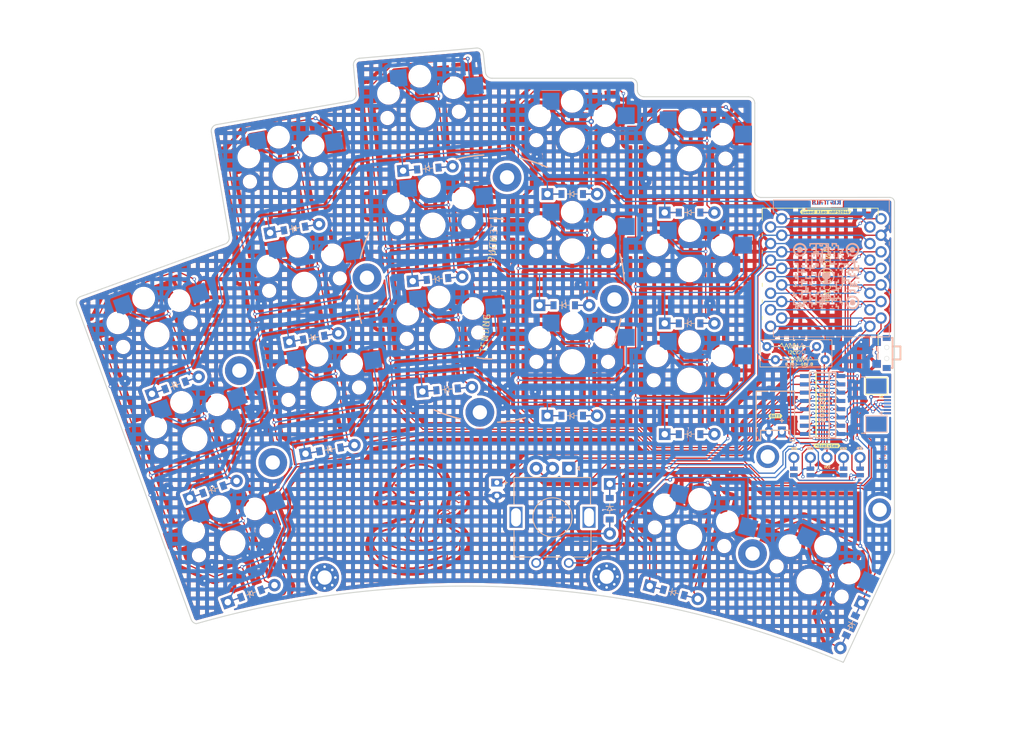
<source format=kicad_pcb>
(kicad_pcb (version 20240108) (generator "pcbnew") (generator_version "8.0")
  (title_block (title "mars_test") (rev "v1.0.0") (company "Unknown"))
  (layers (0 "F.Cu" signal) (31 "B.Cu" signal) (34 "B.Paste" user) (35 "F.Paste" user) (36 "B.SilkS" user "B.Silkscreen") (37 "F.SilkS" user "F.Silkscreen") (38 "B.Mask" user) (39 "F.Mask" user) (44 "Edge.Cuts" user))
  (net 0 "")
  (net 1 "pinky_bottom")
  (net 2 "Q1")
  (net 3 "pinky_home")
  (net 4 "pinky_top")
  (net 5 "ring_bottom")
  (net 6 "ring_home")
  (net 7 "ring_top")
  (net 8 "middle_bottom")
  (net 9 "Q3")
  (net 10 "middle_home")
  (net 11 "middle_top")
  (net 12 "index_bottom")
  (net 13 "Q4")
  (net 14 "index_home")
  (net 15 "index_top")
  (net 16 "inner_bottom")
  (net 17 "Q5")
  (net 18 "inner_home")
  (net 19 "inner_top")
  (net 20 "inner_cluster")
  (net 21 "outer_cluster")
  (net 22 "P2")
  (net 23 "P1")
  (net 24 "P0")
  (net 25 "P3")
  (net 26 "VCC_5V")
  (net 27 "GND")
  (net 28 "VCC")
  (net 29 "P10")
  (net 30 "P9")
  (net 31 "P8")
  (net 32 "P7")
  (net 33 "P6")
  (net 34 "P5")
  (net 35 "P4")
  (net 36 "NFC1")
  (net 37 "NFC2")
  (net 38 "BAT")
  (net 39 "Q0")
  (net 40 "Q7S")
  (net 41 "Q7")
  (net 42 "Q6")
  (net 43 "Q2")
  (net 44 "SDA")
  (net 45 "SCL")
  (net 46 "GND_M")
  (net 47 "CS")
  (net 48 "ENC")
  (footprint "MountingHole_2.2mm_M2_Pad_Via" (layer "F.Cu") (at 201.581178 79.543761)
    (property "Reference" "_4" (hide yes))
    (property "Value" "")
  )
  (footprint "PG1350" (layer "F.Cu") (at 147.870103 103.680527 20)
    (property "Reference" "S3" (hide yes))
    (property "Value" "" (hide yes))
  )
  (footprint "GraphicsKicad:snake_large" (layer "F.Cu") (at 187.962774 129.895248)
    (property "Reference" "G***" (hide yes))
    (property "Value" "LOGO" (hide yes))
  )
  (footprint "ComboDiode" (layer "F.Cu") (at 217.335255 130.3725 -90)
    (property "Reference" "D18" (hide yes))
    (property "Value" "" (hide yes))
  )
  (footprint "ComboDiode" (layer "F.Cu") (at 190.912836 95.130397 5)
    (property "Reference" "D8" (hide yes))
    (property "Value" "" (hide yes))
  )
  (footprint "kibuzzard-6618164F" (layer "F.Cu") (at 242.736228 116.154235)
    (property "Reference" "kibuzzard-6618164F" (hide yes))
    (property "Value" "G***" (hide yes))
  )
  (footprint "ComboDiode" (layer "F.Cu") (at 162.325588 143.396633 20)
    (property "Reference" "D1" (hide yes))
    (property "Value" "" (hide yes))
  )
  (footprint "kibuzzard-66181572" (layer "F.Cu") (at 250.642776 120.705245)
    (property "Reference" "kibuzzard-66181572" (hide yes))
    (property "Value" "G***" (hide yes))
  )
  (footprint "PG1350" (layer "F.Cu") (at 211.581176 73.84377)
    (property "Reference" "S12" (hide yes))
    (property "Value" "" (hide yes))
  )
  (footprint "Button_Switch_SMD:TC24CA" (layer "F.Cu") (at 259.05 106.48 90)
    (property "Reference" "REF**" (hide yes))
    (property "Value" "TC24CA" (hide yes))
  )
  (footprint "XiaoBle" (layer "F.Cu") (at 249.625008 94.779996)
    (property "Reference" "U?" (hide yes))
    (property "Value" "Seeed Xiao" (hide yes))
  )
  (footprint "ComboDiode" (layer "F.Cu") (at 150.696899 111.447088 20)
    (property "Reference" "D3" (hide yes))
    (property "Value" "" (hide yes))
  )
  (footprint "ComboDiode" (layer "F.Cu") (at 254.321397 148.283611 -115)
    (property "Reference" "D17" (hide yes))
    (property "Value" "" (hide yes))
  )
  (footprint "PG1350" (layer "F.Cu") (at 229.581173 93.6771)
    (property "Reference" "S14" (hide yes))
    (property "Value" "" (hide yes))
  )
  (footprint "Tenting Puck" (layer "F.Cu") (at 199.07283 96.609834 -5)
    (property "Reference" "_1" (hide yes))
    (property "Value" "Tenting Puck")
  )
  (footprint "ComboDiode" (layer "F.Cu") (at 229.581179 101.942099)
    (property "Reference" "D14" (hide yes))
    (property "Value" "" (hide yes))
  )
  (footprint "ComboDiode" (layer "F.Cu") (at 227.154372 143.222381 -15)
    (property "Reference" "D16" (hide yes))
    (property "Value" "" (hide yes))
  )
  (footprint "PG1350" (layer "F.Cu") (at 229.581178 76.677103)
    (property "Reference" "S15" (hide yes))
    (property "Value" "" (hide yes))
  )
  (footprint "PG1350" (layer "F.Cu") (at 173.461234 112.731979 10)
    (property "Reference" "S4" (hide yes))
    (property "Value" "" (hide yes))
  )
  (footprint "PG1350" (layer "F.Cu") (at 247.927758 141.540208 -25)
    (property "Reference" "S17" (hide yes))
    (property "Value" "" (hide yes))
  )
  (footprint "PG1350" (layer "F.Cu") (at 229.581176 110.677108)
    (property "Reference" "S13" (hide yes))
    (property "Value" "" (hide yes))
  )
  (footprint "ComboDiode" (layer "F.Cu") (at 192.394484 112.065708 5)
    (property "Reference" "D7" (hide yes))
    (property "Value" "" (hide yes))
  )
  (footprint "ComboDiode" (layer "F.Cu") (at 189.431191 78.195087 5)
    (property "Reference" "D9" (hide yes))
    (property "Value" "" (hide yes))
  )
  (footprint "Resistor_THT:R_Axial_DIN0204_L3.6mm_D1.6mm_P7.62mm_Horizontal" (layer "F.Cu") (at 241.45 105.5)
    (property "Reference" "REF**" (hide yes))
    (property "Value" "R_Axial_DIN0204_L3.6mm_D1.6mm_P7.62mm_Horizontal" (hide yes))
  )
  (footprint "JST_XH_S2B-XH-K_02x2.54mm_Angled" (layer "F.Cu") (at 200.02 127.37 -90)
    (property "Reference" "JST1" (hide yes))
    (property "Value" "" (hide yes))
  )
  (footprint "PG1350" (layer "F.Cu") (at 229.581182 134.677101 -15)
    (property "Reference" "S16" (hide yes))
    (property "Value" "" (hide yes))
  )
  (footprint "MountingHole:MountingHole_2.2mm_M2_ISO7380_Pad_TopBottom" (layer "F.Cu") (at 241.569999 122.38)
    (property "Reference" "REF**" (hide yes))
    (property "Value" "MountingHole_2.2mm_M2_ISO7380_Pad_TopBottom" (hide yes))
  )
  (footprint "ComboDiode" (layer "F.Cu") (at 210.366225 99.164233)
    (property "Reference" "D11" (hide yes))
    (property "Value" "" (hide yes))
  )
  (footprint "ComboDiode" (layer "F.Cu") (at 229.581173 118.942102)
    (property "Reference" "D13" (hide yes))
    (property "Value" "" (hide yes))
  )
  (footprint "rotary_encoder" (layer "F.Cu") (at 208.516225 131.809228 -90)
    (property "Reference" "ROT1" (hide yes))
    (property "Value" "")
  )
  (footprint "ComboDiode" (layer "F.Cu") (at 211.581178 116.108771)
    (property "Reference" "D10" (hide yes))
    (property "Value" "" (hide yes))
  )
  (footprint "MountingHole:MountingHole_2.2mm_M2_ISO7380_Pad_TopBottom" (layer "F.Cu") (at 258.74 130.54)
    (property "Reference" "REF**" (hide yes))
    (property "Value" "MountingHole_2.2mm_M2_ISO7380_Pad_TopBottom" (hide yes))
  )
  (footprint "kibuzzard-66181547" (layer "F.Cu") (at 250.446602 84.843144)
    (property "Reference" "kibuzzard-66181547" (hide yes))
    (property "Value" "G***" (hide yes))
  )
  (footprint "JST_XH_S2B-XH-K_02x2.54mm_Angled" (layer "F.Cu") (at 242.736228 118.60423 180)
    (property "Reference" "JST1" (hide yes))
    (property "Value" "" (hide yes))
  )
  (footprint "PG1350" (layer "F.Cu") (at 153.684449 119.655299 20)
    (property "Reference" "S2" (hide yes))
    (property "Value" "" (hide yes))
  )
  (footprint "ComboDiode" (layer "F.Cu") (at 211.581175 82.108769)
    (property "Reference" "D12" (hide yes))
    (property "Value" "" (hide yes))
  )
  (footprint "ComboDiode" (layer "F.Cu") (at 156.511243 127.421853 20)
    (property "Reference" "D2" (hide yes))
    (property "Value" "" (hide yes))
  )
  (footprint "MountingHole:MountingHole_2.2mm_M2_Pad_Via" (layer "F.Cu") (at 216.86 140.8)
    (property "Reference" "REF**" (hide yes))
    (property "Value" "MountingHole_2.2mm_M2_Pad_Via" (hide yes))
  )
  (footprint "MountingHole_2.2mm_M2_Pad_Via" (layer "F.Cu") (at 165.646523 123.282794 20)
    (property "Reference" "_3" (hide yes))
    (property "Value" "")
  )
  (footprint "TE_0-1734839-6_1x06-1MP_P0.5mm_Horizontal" (layer "F.Cu") (at 258.581178 114.477103 -90)
    (property "Reference" "" (hide yes))
    (property "Value" "" (hide yes))
  )
  (footprint "lib:niceview_headers" (layer "F.Cu") (at 250.656224 122.510481 90)
    (property "Reference" "Nice!View1" (hide yes))
    (property "Value" "" (hide yes))
  )
  (footprint "MountingHole_2.2mm_M2_Pad_Via" (layer "F.Cu") (at 239.240438 137.265291 -15)
    (property "Reference" "_5" (hide yes))
    (property "Value" "")
  )
  (footprint "MountingHole:MountingHole_2.2mm_M2_Pad_Via" (layer "F.Cu") (at 173.6 140.930001)
    (property "Reference" "REF**" (hide yes))
    (property "Value" "MountingHole_2.2mm_M2_Pad_Via" (hide yes))
  )
  (footprint "PG1350" (layer "F.Cu") (at 211.581172 107.843769)
    (property "Reference" "S10" (hide yes))
    (property "Value" "" (hide yes))
  )
  (footprint "SOIC16" (layer "F.Cu") (at 249.981182 114.4771)
    (property "Reference" "74HC595")
    (property "Value" "VAL**" (hide yes))
  )
  (footprint "XiaoBle" (layer "F.Cu") (at 251.324999 93.509999)
    (property "Reference" "U?" (hide yes))
    (property "Value" "Seeed Xiao" (hide yes))
  )
  (footprint "PG1350" (layer "F.Cu") (at 167.557196 79.248515 10)
    (property "Reference" "S6" (hide yes))
    (property "Value" "" (hide yes))
  )
  (footprint "ComboDiode" (layer "F.Cu") (at 168.992402 87.387951 10)
    (property "Reference" "D6" (hide yes))
    (property "Value" "" (hide yes))
  )
  (footprint "ComboDiode" (layer "F.Cu") (at 171.944421 104.129684 10)
    (property "Reference" "D5" (hide yes))
    (property "Value" "" (hide yes))
  )
  (footprint "PG1350" (layer "F.Cu") (at 159.498786 135.630076 20)
    (property "Reference" "S1" (hide yes))
    (property "Value" "" (hide yes))
  )
  (footprint "ComboDiode" (layer "F.Cu") (at 229.581178 84.942095)
    (property "Reference" "D15" (hide yes))
    (property "Value" "" (hide yes))
  )
  (footprint "ComboDiode" (layer "F.Cu") (at 174.4244 121.276341 10)
    (property "Reference" "D4" (hide yes))
    (property "Value" "" (hide yes))
  )
  (footprint "GraphicsKicad:signature" (layer "F.Cu") (at 259.512778 122.315247 90)
    (property "Reference" "G***" (hide yes))
    (property "Value" "LOGO" (hide yes))
  )
  (footprint "PG1350" (layer "F.Cu") (at 170.509222 95.990246 10)
    (property "Reference" "S5" (hide yes))
    (property "Value" "" (hide yes))
  )
  (footprint "MountingHole_2.2mm_M2_Pad_Via" (layer "F.Cu") (at 160.516223 109.187403 20)
    (property "Reference" "_2" (hide yes))
    (property "Value" "")
  )
  (footprint "PG1350" (layer "F.Cu") (at 190.192493 86.896848 5)
    (property "Reference" "S8" (hide yes))
    (property "Value" "" (hide yes))
  )
  (footprint "GraphicsKicad:snake_large" (layer "F.Cu") (at 187.962774 129.895248)
    (property "Reference" "G***" (hide yes))
    (property "Value" "LOGO" (hide yes))
  )
  (footprint "TE_0-1734839-6_1x06-1MP_P0.5mm_Horizontal" (layer "F.Cu") (at 258.581178 114.477103 -90)
    (property "Reference" "" (hide yes))
    (property "Value" "" (hide yes))
  )
  (footprint "PG1350" (layer "F.Cu") (at 188.710853 69.961539 5)
    (property "Reference" "S9" (hide yes))
    (property "Value" "" (hide yes))
  )
  (footprint "PG1350" (layer "F.Cu") (at 211.581179 90.84377)
    (property "Reference" "S11" (hide yes))
    (property "Value" "" (hide yes))
  )
  (footprint "PG1350" (layer "F.Cu") (at 191.674143 103.83216 5)
    (property "Reference" "S7" (hide yes))
    (property "Value" "" (hide yes))
  )
  (footprint "GraphicsKicad:signature" (layer "F.Cu") (at 259.512778 122.315247 90)
    (property "Reference" "G***" (hide yes))
    (property "Value" "LOGO" (hide yes))
  )
  (footprint "SOIC16" (layer "B.Cu") (at 249.981182 114.4771)
    (property "Reference" "74HC595")
    (property "Value" "VAL**" (hide yes))
  )
  (footprint "GraphicsKicad:qr_code" (layer "B.Cu") (at 250.575936 94.657898 180)
    (property "Reference" "G***" (hide yes))
    (property "Value" "LOGO" (hide yes))
  )
  (footprint "Button_Switch_SMD:TC24CA" (layer "B.Cu") (at 259.050002 106.48 -90)
    (property "Reference" "REF**" (hide yes))
    (property "Value" "TC24CA" (hide yes))
    (fp_circle (center -0.85 -0.775) (end -0.5 -0.775) (stroke (width 0.05)) (fill none) (layer "Edge.Cuts"))
    (fp_circle (center 0.85 -0.775) (end 1.2 -0.775) (stroke (width 0.05)) (fill none) (layer "Edge.Cuts"))
  )
  (footprint "Resistor_THT:R_Axial_DIN0204_L3.6mm_D1.6mm_P7.62mm_Horizontal" (layer "B.Cu") (at 250.37 107.52 180)
    (property "Reference" "REF**" (hide yes))
    (property "Value" "4.5k" (hide yes))
  )
  (gr_line (start 246.8 107.03) (end 247.06 107.83) (stroke (width 0.1)) (layer "B.SilkS"))
  (gr_line (start 247.42 107.07) (end 247.74 107.85) (stroke (width 0.1)) (layer "B.SilkS"))
  (gr_line (start 246.15 107.03) (end 246.42 107.81) (stroke (width 0.1)) (layer "B.SilkS"))
  (gr_line (start 248.1 107.02) (end 248.48 107.53) (stroke (width 0.1)) (layer "B.SilkS"))
  (gr_line (start 242.45 105.49) (end 244.56 105.51) (stroke (width 0.1)) (layer "B.SilkS"))
  (gr_line (start 249.39 107.53) (end 248.48 107.53) (stroke (width 0.1)) (layer "B.SilkS"))
  (gr_line (start 246.42 107.81) (end 246.8 107.03) (stroke (width 0.1)) (layer "B.SilkS"))
  (gr_line (start 246.82 104.99) (end 247.2 105.5) (stroke (width 0.1)) (layer "B.SilkS"))
  (gr_line (start 248.11 105.5) (end 247.2 105.5) (stroke (width 0.1)) (layer "B.SilkS"))
  (gr_line (start 245.14 105.78) (end 245.52 105) (stroke (width 0.1)) (layer "B.SilkS"))
  (gr_line (start 245.52 105) (end 245.78 105.8) (stroke (width 0.1)) (layer "B.SilkS"))
  (gr_line (start 243.73 107.52) (end 245.84 107.54) (stroke (width 0.1)) (layer "B.SilkS"))
  (gr_rect (start 240.38 104.45) (end 251.4 108.62) (stroke (width 0.1)) (fill none) (layer "B.SilkS"))
  (gr_line (start 247.06 107.83) (end 247.42 107.07) (stroke (width 0.1)) (layer "B.SilkS"))
  (gr_line (start 246.14 105.04) (end 246.46 105.82) (stroke (width 0.1)) (layer "B.SilkS"))
  (gr_line (start 245.84 107.54) (end 246.15 107.03) (stroke (width 0.1)) (layer "B.SilkS"))
  (gr_line (start 245.78 105.8) (end 246.14 105.04) (stroke (width 0.1)) (layer "B.SilkS"))
  (gr_line (start 244.87 105) (end 245.14 105.78) (stroke (width 0.1)) (layer "B.SilkS"))
  (gr_line (start 244.56 105.51) (end 244.87 105) (stroke (width 0.1)) (layer "B.SilkS"))
  (gr_line (start 246.46 105.82) (end 246.82 104.99) (stroke (width 0.1)) (layer "B.SilkS"))
  (gr_line (start 247.74 107.85) (end 248.1 107.02) (stroke (width 0.1)) (layer "B.SilkS"))
  (gr_line (start 246 105.51) (end 248.11 105.49) (stroke (width 0.1)) (layer "F.SilkS"))
  (gr_line (start 244.64 107.53) (end 243.73 107.53) (stroke (width 0.1)) (layer "F.SilkS"))
  (gr_line (start 246.32 107.03) (end 246.7 107.81) (stroke (width 0.1)) (layer "F.SilkS"))
  (gr_line (start 246.7 107.81) (end 246.97 107.03) (stroke (width 0.1)) (layer "F.SilkS"))
  (gr_rect (start 240.38 104.45) (end 251.4 108.62) (stroke (width 0.1)) (fill none) (layer "F.SilkS"))
  (gr_line (start 247.28 107.54) (end 249.39 107.52) (stroke (width 0.1)) (layer "F.SilkS"))
  (gr_line (start 246.06 107.83) (end 246.32 107.03) (stroke (width 0.1)) (layer "F.SilkS"))
  (gr_line (start 243.74 104.99) (end 244.1 105.82) (stroke (width 0.1)) (layer "F.SilkS"))
  (gr_line (start 244.64 107.53) (end 245.02 107.02) (stroke (width 0.1)) (layer "F.SilkS"))
  (gr_line (start 243.36 105.5) (end 242.45 105.5) (stroke (width 0.1)) (layer "F.SilkS"))
  (gr_line (start 245.04 105) (end 245.42 105.78) (stroke (width 0.1)) (layer "F.SilkS"))
  (gr_line (start 243.36 105.5) (end 243.74 104.99) (stroke (width 0.1)) (layer "F.SilkS"))
  (gr_line (start 245.38 107.85) (end 245.7 107.07) (stroke (width 0.1)) (layer "F.SilkS"))
  (gr_line (start 244.78 105.8) (end 245.04 105) (stroke (width 0.1)) (layer "F.SilkS"))
  (gr_line (start 245.02 107.02) (end 245.38 107.85) (stroke (width 0.1)) (layer "F.SilkS"))
  (gr_line (start 244.42 105.04) (end 244.78 105.8) (stroke (width 0.1)) (layer "F.SilkS"))
  (gr_line (start 244.1 105.82) (end 244.42 105.04) (stroke (width 0.1)) (layer "F.SilkS"))
  (gr_line (start 246.97 107.03) (end 247.28 107.54) (stroke (width 0.1)) (layer "F.SilkS"))
  (gr_line (start 245.7 107.07) (end 246.06 107.83) (stroke (width 0.1)) (layer "F.SilkS"))
  (gr_line (start 245.69 105) (end 246 105.51) (stroke (width 0.1)) (layer "F.SilkS"))
  (gr_line (start 245.42 105.78) (end 245.69 105) (stroke (width 0.1)) (layer "F.SilkS"))
  (gr_arc (start 220.581175 64.343769) (mid 221.288308 64.636651) (end 221.581176 65.343768) (stroke (width 0.15)) (layer "Edge.Cuts"))
  (gr_arc (start 196.874134 59.711055) (mid 197.594079 59.932937) (end 197.954885 60.594283) (stroke (width 0.15)) (layer "Edge.Cuts"))
  (gr_arc (start 260.29 82.62) (mid 260.799117 82.830883) (end 261.009999 83.34) (stroke (width 0.15)) (layer "Edge.Cuts"))
  (gr_line (start 220.581175 64.343769) (end 199.273926 64.343764) (stroke (width 0.15)) (layer "Edge.Cuts"))
  (gr_arc (start 158.952584 88.664365) (mid 158.831188 89.334564) (end 158.30872 89.771498) (stroke (width 0.15)) (layer "Edge.Cuts"))
  (gr_line (start 178.015092 62.371286) (end 178.426785 66.751919) (stroke (width 0.15)) (layer "Edge.Cuts"))
  (gr_line (start 239.574714 81.559585) (end 239.581178 68.177098) (stroke (width 0.15)) (layer "Edge.Cuts"))
  (gr_arc (start 178.015094 62.371284) (mid 178.242627 61.637426) (end 178.92355 61.281532) (stroke (width 0.15)) (layer "Edge.Cuts"))
  (gr_line (start 156.225847 72.609015) (end 158.952584 88.664365) (stroke (width 0.15)) (layer "Edge.Cuts"))
  (gr_arc (start 261.005703 136.93477) (mid 260.981989 137.151206) (end 260.912013 137.357388) (stroke (width 0.15)) (layer "Edge.Cuts"))
  (gr_arc (start 240.51 82.629999) (mid 239.817249 82.291483) (end 239.574714 81.559585) (stroke (width 0.15)) (layer "Edge.Cuts"))
  (gr_arc (start 238.581186 67.177099) (mid 239.288301 67.469987) (end 239.581178 68.177098) (stroke (width 0.15)) (layer "Edge.Cuts"))
  (gr_line (start 198.280329 63.456734) (end 197.954885 60.594283) (stroke (width 0.15)) (layer "Edge.Cuts"))
  (gr_arc (start 222.581174 67.177101) (mid 221.87402 66.884235) (end 221.581176 66.177105) (stroke (width 0.15)) (layer "Edge.Cuts"))
  (gr_arc (start 156.225846 72.609018) (mid 156.394356 71.865404) (end 157.038081 71.456766) (stroke (width 0.15)) (layer "Edge.Cuts"))
  (gr_line (start 196.874134 59.711055) (end 178.92355 61.281532) (stroke (width 0.15)) (layer "Edge.Cuts"))
  (gr_line (start 261.005703 136.93477) (end 261.005704 87.324286) (stroke (width 0.15)) (layer "Edge.Cuts"))
  (gr_arc (start 135.566012 99.113337) (mid 135.599388 98.348679) (end 136.163682 97.831627) (stroke (width 0.15)) (layer "Edge.Cuts"))
  (gr_arc (start 153.932361 148.012154) (mid 153.43963 147.799782) (end 153.127562 147.363321) (stroke (width 0.15)) (layer "Edge.Cuts"))
  (gr_line (start 261.009999 83.34) (end 261.005704 87.324286) (stroke (width 0.15)) (layer "Edge.Cuts"))
  (gr_line (start 135.566012 99.113337) (end 153.127565 147.363321) (stroke (width 0.15)) (layer "Edge.Cuts"))
  (gr_arc (start 153.932361 148.012154) (mid 204.049525 142.51647) (end 253.156623 153.936876) (stroke (width 0.15)) (layer "Edge.Cuts"))
  (gr_line (start 158.30872 89.771498) (end 136.163682 97.831627) (stroke (width 0.15)) (layer "Edge.Cuts"))
  (gr_line (start 238.581186 67.177099) (end 222.581174 67.177101) (stroke (width 0.15)) (layer "Edge.Cuts"))
  (gr_line (start 253.264658 153.757207) (end 260.912013 137.357388) (stroke (width 0.15)) (layer "Edge.Cuts"))
  (gr_line (start 260.29 82.62) (end 240.51 82.629999) (stroke (width 0.15)) (layer "Edge.Cuts"))
  (gr_arc (start 199.273926 64.343764) (mid 198.60798 64.089727) (end 198.280329 63.456734) (stroke (width 0.15)) (layer "Edge.Cuts"))
  (gr_arc (start 178.426785 66.751919) (mid 178.226465 67.451667) (end 177.604823 67.830298) (stroke (width 0.15)) (layer "Edge.Cuts"))
  (gr_arc (start 253.264658 153.757207) (mid 253.215367 153.849884) (end 253.156623 153.936876) (stroke (width 0.15)) (layer "Edge.Cuts"))
  (gr_line (start 221.581176 66.177105) (end 221.581176 65.343768) (stroke (width 0.15)) (layer "Edge.Cuts"))
  (gr_line (start 177.604823 67.830298) (end 157.038081 71.456766) (stroke (width 0.15)) (layer "Edge.Cuts"))
  (gr_text "v1.0" (at 251.113823 83.777898 0) (layer "F.Cu") (effects (font (size 0.5 0.5) (thickness 0.125) (bold yes)) (justify left bottom)))
  (gr_text "RIFT" (at 248.283823 83.847898 0) (layer "F.Cu") (effects (font (size 0.7 0.7) (thickness 0.175) (bold yes)) (justify left bottom)))
  (gr_text "v1.0" (at 250.143823 83.827898 0) (layer "B.Cu") (effects (font (size 0.5 0.5) (thickness 0.125) (bold yes)) (justify left bottom mirror)))
  (gr_text "RIFT" (at 252.883823 83.857898 0) (layer "B.Cu") (effects (font (size 0.7 0.7) (thickness 0.175) (bold yes)) (justify left bottom mirror)))
  (gr_text "4.7k - 10k Ω" (at 248.52 108.46 -0) (layer "B.SilkS") (effects (font (size 0.4 0.4) (thickness 0.1)) (justify left bottom mirror)))
  (gr_text "I2C?" (at 247.44 106.68 -0) (layer "B.SilkS") (effects (font (size 0.5 0.5) (thickness 0.1)) (justify left bottom mirror)))
  (gr_text "CS" (at 246 121.37 0) (layer "B.SilkS") (effects (font (size 0.35 0.35) (thickness 0.0875)) (justify left bottom mirror)))
  (gr_text "VCC" (at 251.12 121.34 0) (layer "B.SilkS") (effects (font (size 0.35 0.35) (thickness 0.0875)) (justify left bottom mirror)))
  (gr_text "SDA" (at 256.22 121.33 0) (layer "B.SilkS") (effects (font (size 0.35 0.35) (thickness 0.0875)) (justify left bottom mirror)))
  (gr_text "SCL" (at 253.67 121.35 0) (layer "B.SilkS") (effects (font (size 0.35 0.35) (thickness 0.0875)) (justify left bottom mirror)))
  (gr_text "GND" (at 248.68 121.35 0) (layer "B.SilkS") (effects (font (size 0.35 0.35) (thickness 0.0875)) (justify left bottom mirror)))
  (gr_text "CS" (at 255.32 121.329999 0) (layer "F.SilkS") (effects (font (size 0.35 0.35) (thickness 0.0875)) (justify left bottom)))
  (gr_text "GND" (at 252.59 121.350001 0) (layer "F.SilkS") (effects (font (size 0.35 0.35) (thickness 0.0875)) (justify left bottom)))
  (gr_text "I2C?" (at 244.59 106.71 0) (layer "F.SilkS") (effects (font (size 0.5 0.5) (thickness 0.1)) (justify left bottom)))
  (gr_text "4.7k - 10k Ω" (at 244.24 108.46 0) (layer "F.SilkS") (effects (font (size 0.4 0.4) (thickness 0.1)) (justify left bottom)))
  (gr_text "FACE DOWN" (at 251.3 98.75 90) (layer "F.SilkS") (effects (font (size 1 1) (thickness 0.1)) (justify left bottom)))
  (gr_text "SDA" (at 245.07 121.360001 0) (layer "F.SilkS") (effects (font (size 0.35 0.35) (thickness 0.0875)) (justify left bottom)))
  (gr_text "SCL" (at 247.59 121.359999 0) (layer "F.SilkS") (effects (font (size 0.35 0.35) (thickness 0.0875)) (justify left bottom)))
  (gr_text "VCC" (at 250.15 124.21 0) (layer "F.SilkS") (effects (font (size 0.35 0.35) (thickness 0.0875)) (justify left bottom)))
  (segment (start 161.084788 132.228292) (end 164.423942 141.402531) (width 0.2) (layer "F.Cu") (net 1))
  (segment (start 164.423942 141.402531) (end 165.905817 142.093536) (width 0.2) (layer "F.Cu") (net 1))
  (segment (start 160.170002 129.714941) (end 161.084788 132.228292) (width 0.2) (layer "F.Cu") (net 1))
  (segment (start 160.541265 128.918787) (end 160.170002 129.714941) (width 0.2) (layer "F.Cu") (net 1))
  (segment (start 165.905817 142.093536) (end 163.876079 142.832304) (width 0.2) (layer "F.Cu") (net 1))
  (via (at 161.084788 132.228292) (size 0.5) (drill 0.3) (layers "F.Cu" "B.Cu") (net 1))
  (segment (start 161.071976 132.222313) (end 161.084788 132.228292) (width 0.2) (layer "B.Cu") (net 1))
  (segment (start 154.583616 131.701209) (end 158.055562 133.320199) (width 0.2) (layer "B.Cu") (net 1))
  (segment (start 165.905817 142.093536) (end 163.876079 142.832304) (width 0.2) (layer "B.Cu") (net 1))
  (segment (start 158.055562 133.320199) (end 161.071976 132.222313) (width 0.2) (layer "B.Cu") (net 1))
  (segment (start 154.386273 131.159019) (end 154.583616 131.701209) (width 0.2) (layer "B.Cu") (net 1))
  (segment (start 221.306181 106.927102) (end 221.306177 113.414232) (width 0.2) (layer "F.Cu") (net 2))
  (segment (start 221.306181 117.154182) (end 224.737753 120.585756) (width 0.2) (layer "F.Cu") (net 2))
  (segment (start 255.749889 136.061854) (end 255.757414 136.069377) (width 0.2) (layer "F.Cu") (net 2))
  (segment (start 247.281179 110.032098) (end 247.978355 110.032101) (width 0.2) (layer "F.Cu") (net 2))
  (segment (start 224.737753 120.585756) (end 236.958116 120.585756) (width 0.2) (layer "F.Cu") (net 2))
  (segment (start 241.108114 114.80576) (end 241.122263 114.805756) (width 0.2) (layer "F.Cu") (net 2))
  (segment (start 255.29024 119.494232) (end 255.290234 110.024234) (width 0.2) (layer "F.Cu") (net 2))
  (segment (start 241.122263 114.805756) (end 245.895923 110.032104) (width 0.2) (layer "F.Cu") (net 2))
  (segment (start 255.735409 136.061851) (end 255.749889 136.061854) (width 0.2) (layer "F.Cu") (net 2))
  (segment (start 245.895923 110.032104) (end 247.28118 110.032101) (width 0.2) (layer "F.Cu") (net 2))
  (segment (start 242.451915 133.702873) (end 247.071105 132.021624) (width 0.2) (layer "F.Cu") (net 2))
  (segment (start 224.22 69.92) (end 225.37 68.77) (width 0.2) (layer "F.Cu") (net 2))
  (segment (start 221.306176 96.304236) (end 221.306181 106.927102) (width 0.2) (layer "F.Cu") (net 2))
  (segment (start 221.306178 72.927103) (end 221.306178 72.833822) (width 0.2) (layer "F.Cu") (net 2))
  (segment (start 221.306174 89.927105) (end 221.306176 96.304236) (width 0.2) (layer "F.Cu") (net 2))
  (segment (start 221.306177 113.414232) (end 221.306181 117.154182) (width 0.2) (layer "F.Cu") (net 2))
  (segment (start 242.012879 134.64439) (end 242.451915 133.702873) (width 0.2) (layer "F.Cu") (net 2))
  (segment (start 247.978355 110.032101) (end 248.466222 109.54423) (width 0.2) (layer "F.Cu") (net 2))
  (segment (start 247.071105 132.021624) (end 255.735409 136.061851) (width 0.2) (layer "F.Cu") (net 2))
  (segment (start 221.306182 72.927103) (end 221.306174 89.927105) (width 0.2) (layer "F.Cu") (net 2))
  (segment (start 238.418117 119.125758) (end 238.418111 117.495756) (width 0.2) (layer "F.Cu") (net 2))
  (segment (start 221.306178 72.927103) (end 221.306182 72.927103) (width 0.2) (layer "F.Cu") (net 2))
  (segment (start 225.37 68.77) (end 235.15 68.77) (width 0.2) (layer "F.Cu") (net 2))
  (segment (start 221.306178 72.833822) (end 224.22 69.92) (width 0.2) (layer "F.Cu") (net 2))
  (segment (start 238.418111 117.495756) (end 241.108114 114.80576) (width 0.2) (layer "F.Cu") (net 2))
  (segment (start 236.958116 120.585756) (end 238.418117 119.125758) (width 0.2) (layer "F.Cu") (net 2))
  (via (at 248.466222 109.54423) (size 0.5) (drill 0.3) (layers "F.Cu" "B.Cu") (net 2))
  (via (at 235.15 68.77) (size 0.6) (drill 0.3) (layers "F.Cu" "B.Cu") (net 2))
  (via (at 255.29024 119.494232) (size 0.5) (drill 0.3) (layers "F.Cu" "B.Cu") (net 2))
  (via (at 221.306176 96.304236) (size 0.5) (drill 0.3) (layers "F.Cu" "B.Cu") (net 2))
  (via (at 255.290234 110.024234) (size 0.5) (drill 0.3) (layers "F.Cu" "B.Cu") (net 2))
  (via (at 221.306177 113.414232) (size 0.5) (drill 0.3) (layers "F.Cu" "B.Cu") (net 2))
  (via (at 255.757414 136.069377) (size 0.6) (drill 0.3) (layers "F.Cu" "B.Cu") (net 2))
  (segment (start 237.856176 94.294281) (end 235.846229 96.304234) (width 0.2) (layer "B.Cu") (net 2))
  (segment (start 257.012271 137.324235) (end 257.012273 141.638719) (width 0.2) (layer "B.Cu") (net 2))
  (segment (start 257.162778 121.366772) (end 255.29024 119.494232) (width 0.2) (layer "B.Cu") (net 2))
  (segment (start 252.193308 109.544237) (end 252.681177 110.032101) (width 0.2) (layer "B.Cu") (net 2))
  (segment (start 237.846223 72.917146) (end 237.856183 72.927096) (width 0.2) (layer "B.Cu") (net 2))
  (segment (start 237.856181 89.927106) (end 237.856176 94.294281) (width 0.2) (layer "B.Cu") (net 2))
  (segment (start 255.290234 110.024234) (end 252.689048 110.024233) (width 0.2) (layer "B.Cu") (net 2))
  (segment (start 248.466222 109.54423) (end 252.193308 109.544237) (width 0.2) (layer "B.Cu") (net 2))
  (segment (start 255.757414 126.820609) (end 257.162776 125.415247) (width 0.2) (layer "B.Cu") (net 2))
  (segment (start 255.757414 136.069377) (end 257.012271 137.324235) (width 0.2) (layer "B.Cu") (net 2))
  (segment (start 237.856177 110.804276) (end 235.246225 113.414232) (width 0.2) (layer "B.Cu") (net 2))
  (segment (start 237.856178 71.476178) (end 237.856178 72.927103) (width 0.2) (layer "B.Cu") (net 2))
  (segment (start 237.856178 106.927102) (end 237.856177 110.804276) (width 0.2) (layer "B.Cu") (net 2))
  (segment (start 252.689048 110.024233) (end 252.681178 110.032099) (width 0.2) (layer "B.Cu") (net 2))
  (segment (start 257.162776 125.415247) (end 257.162778 121.366772) (width 0.2) (layer "B.Cu") (net 2))
  (segment (start 235.846229 96.304234) (end 221.306176 96.304236) (width 0.2) (layer "B.Cu") (net 2))
  (segment (start 235.15 68.77) (end 237.856178 71.476178) (width 0.2) (layer "B.Cu") (net 2))
  (segment (start 255.757414 136.069377) (end 255.757414 126.820609) (width 0.2) (layer "B.Cu") (net 2))
  (segment (start 235.246225 113.414232) (end 221.306177 113.414232) (width 0.2) (layer "B.Cu") (net 2))
  (segment (start 154.72692 112.944009) (end 154.32578 113.804256) (width 0.2) (layer "F.Cu") (net 3))
  (segment (start 155.192681 116.186048) (end 158.545509 125.397867) (width 0.2) (layer "F.Cu") (net 3))
  (segment (start 154.32578 113.804256) (end 155.192681 116.186048) (width 0.2) (layer "F.Cu") (net 3))
  (segment (start 160.09147 126.118759) (end 158.061735 126.857524) (width 0.2) (layer "F.Cu") (net 3))
  (segment (start 158.545509 125.397867) (end 160.09147 126.118759) (width 0.2) (layer "F.Cu") (net 3))
  (via (at 155.192681 116.186048) (size 0.5) (drill 0.3) (layers "F.Cu" "B.Cu") (net 3))
  (segment (start 151.828581 117.410482) (end 155.192681 116.186048) (width 0.2) (layer "B.Cu") (net 3))
  (segment (start 148.882136 116.036532) (end 151.828581 117.410482) (width 0.2) (layer "B.Cu") (net 3))
  (segment (start 148.571928 115.184248) (end 148.882136 116.036532) (width 0.2) (layer "B.Cu") (net 3))
  (segment (start 160.09147 126.118759) (end 158.061735 126.857524) (width 0.2) (layer "B.Cu") (net 3))
  (segment (start 149.705638 100.496531) (end 153.000332 109.548606) (width 0.2) (layer "F.Cu") (net 4))
  (segment (start 154.277132 110.143988) (end 152.247394 110.882752) (width 0.2) (layer "F.Cu") (net 4))
  (segment (start 148.636949 97.560323) (end 149.705638 100.496531) (width 0.2) (layer "F.Cu") (net 4))
  (segment (start 148.912583 96.969236) (end 148.636949 97.560323) (width 0.2) (layer "F.Cu") (net 4))
  (segment (start 153.000332 109.548606) (end 154.277132 110.143988) (width 0.2) (layer "F.Cu") (net 4))
  (via (at 149.705638 100.496531) (size 0.5) (drill 0.3) (layers "F.Cu" "B.Cu") (net 4))
  (segment (start 142.999398 99.87382) (end 146.689229 101.594414) (width 0.2) (layer "B.Cu") (net 4))
  (segment (start 154.277132 110.143988) (end 152.247394 110.882752) (width 0.2) (layer "B.Cu") (net 4))
  (segment (start 146.689229 101.594414) (end 149.705638 100.496531) (width 0.2) (layer "B.Cu") (net 4))
  (segment (start 142.757593 99.209471) (end 142.999398 99.87382) (width 0.2) (layer "B.Cu") (net 4))
  (segment (start 175.313467 109.665563) (end 177.112769 119.869892) (width 0.2) (layer "F.Cu") (net 5))
  (segment (start 174.908283 107.367642) (end 175.313467 109.665563) (width 0.2) (layer "F.Cu") (net 5))
  (segment (start 177.112769 119.869892) (end 178.176517 120.614737) (width 0.2) (layer "F.Cu") (net 5))
  (segment (start 178.176517 120.614737) (end 176.049336 120.989822) (width 0.2) (layer "F.Cu") (net 5))
  (segment (start 175.653278 106.303674) (end 174.908283 107.367642) (width 0.2) (layer "F.Cu") (net 5))
  (via (at 175.313467 109.665563) (size 0.5) (drill 0.3) (layers "F.Cu" "B.Cu") (net 5))
  (segment (start 169.202788 107.441068) (end 169.360844 108.33748) (width 0.2) (layer "B.Cu") (net 5))
  (segment (start 172.073453 110.236858) (end 175.313467 109.665563) (width 0.2) (layer "B.Cu") (net 5))
  (segment (start 169.360844 108.33748) (end 172.073453 110.236858) (width 0.2) (layer "B.Cu") (net 5))
  (segment (start 178.176517 120.614737) (end 176.049336 120.989822) (width 0.2) (layer "B.Cu") (net 5))
  (segment (start 172.701255 89.561943) (end 172.077936 90.452137) (width 0.2) (layer "F.Cu") (net 6))
  (segment (start 172.077936 90.452137) (end 172.559529 93.183377) (width 0.2) (layer "F.Cu") (net 6))
  (segment (start 175.696537 103.468083) (end 173.569354 103.843161) (width 0.2) (layer "F.Cu") (net 6))
  (segment (start 174.18657 102.410797) (end 175.696537 103.468083) (width 0.2) (layer "F.Cu") (net 6))
  (segment (start 172.559529 93.183377) (end 174.18657 102.410797) (width 0.2) (layer "F.Cu") (net 6))
  (via (at 172.559529 93.183377) (size 0.5) (drill 0.3) (layers "F.Cu" "B.Cu") (net 6))
  (segment (start 166.250768 90.699341) (end 166.438346 91.763161) (width 0.2) (layer "B.Cu") (net 6))
  (segment (start 175.696537 103.468083) (end 173.569354 103.843161) (width 0.2) (layer "B.Cu") (net 6))
  (segment (start 166.438346 91.763161) (end 169.289963 93.759885) (width 0.2) (layer "B.Cu") (net 6))
  (segment (start 169.289963 93.759885) (end 172.559529 93.183377) (width 0.2) (layer "B.Cu") (net 6))
  (segment (start 169.749238 72.820217) (end 169.134025 73.698818) (width 0.2) (layer "F.Cu") (net 7))
  (segment (start 171.246131 85.677173) (end 172.744519 86.726353) (width 0.2) (layer "F.Cu") (net 7))
  (segment (start 169.558315 76.105074) (end 171.246131 85.677173) (width 0.2) (layer "F.Cu") (net 7))
  (segment (start 172.744519 86.726353) (end 170.617334 87.101434) (width 0.2) (layer "F.Cu") (net 7))
  (segment (start 169.134025 73.698818) (end 169.558315 76.105074) (width 0.2) (layer "F.Cu") (net 7))
  (via (at 169.558315 76.105074) (size 0.5) (drill 0.3) (layers "F.Cu" "B.Cu") (net 7))
  (segment (start 163.40471 74.55857) (end 166.418516 76.668858) (width 0.2) (layer "B.Cu") (net 7))
  (segment (start 169.550207 76.116654) (end 169.558315 76.105074) (width 0.2) (layer "B.Cu") (net 7))
  (segment (start 163.298745 73.957607) (end 163.40471 74.55857) (width 0.2) (layer "B.Cu") (net 7))
  (segment (start 166.418516 76.668858) (end 169.550207 76.116654) (width 0.2) (layer "B.Cu") (net 7))
  (segment (start 172.744519 86.726353) (end 170.617334 87.101434) (width 0.2) (layer "B.Cu") (net 7))
  (segment (start 194.10969 101.029264) (end 194.955582 110.697854) (width 0.2) (layer "F.Cu") (net 8))
  (segment (start 196.189988 111.73364) (end 194.038204 111.921898) (width 0.2) (layer "F.Cu") (net 8))
  (segment (start 194.418103 97.619362) (end 193.868649 98.274174) (width 0.2) (layer "F.Cu") (net 8))
  (segment (start 193.868649 98.274174) (end 194.10969 101.029264) (width 0.2) (layer "F.Cu") (net 8))
  (segment (start 194.955582 110.697854) (end 196.189988 111.73364) (width 0.2) (layer "F.Cu") (net 8))
  (via (at 194.10969 101.029264) (size 0.5) (drill 0.3) (layers "F.Cu" "B.Cu") (net 8))
  (segment (start 187.893026 98.190236) (end 187.969245 99.061383) (width 0.2) (layer "B.Cu") (net 8))
  (segment (start 187.969245 99.061383) (end 190.661983 101.320855) (width 0.2) (layer "B.Cu") (net 8))
  (segment (start 196.189988 111.73364) (end 194.038204 111.921898) (width 0.2) (layer "B.Cu") (net 8))
  (segment (start 190.661983 101.320855) (end 194.098858 101.020172) (width 0.2) (layer "B.Cu") (net 8))
  (segment (start 194.098858 101.020172) (end 194.10969 101.029264) (width 0.2) (layer "B.Cu") (net 8))
  (segment (start 183.871843 62.359921) (end 195.549527 61.33826) (width 0.2) (layer "F.Cu") (net 9))
  (segment (start 247.281179 112.572102) (end 247.274832 112.565754) (width 0.2) (layer "F.Cu") (net 9))
  (segment (start 180.140504 66.947026) (end 180.03205 65.707364) (width 0.2) (layer "F.Cu") (net 9))
  (segment (start 247.838354 112.572099) (end 248.496225 111.914235) (width 0.2) (layer "F.Cu") (net 9))
  (segment (start 246.891768 112.572105) (end 247.281179 112.572102) (width 0.2) (layer "F.Cu") (net 9))
  (segment (start 247.281174 112.572097) (end 247.838354 112.572099) (width 0.2) (layer "F.Cu") (net 9))
  (segment (start 183.682774 62.585247) (end 183.871843 62.359921) (width 0.2) (layer "F.Cu") (net 9))
  (segment (start 245.983789 120.234234) (end 249.13622 120.234234) (width 0.2) (layer "F.Cu") (net 9))
  (segment (start 249.446222 119.924233) (end 249.446218 112.864227) (width 0.2) (layer "F.Cu") (net 9))
  (segment (start 239.238113 119.437132) (end 239.238112 117.835754) (width 0.2) (layer "F.Cu") (net 9))
  (segment (start 182.999513 90.497502) (end 183.826998 99.955759) (width 0.2) (layer "F.Cu") (net 9))
  (segment (start 180.140506 66.127519) (end 183.682774 62.585247) (width 0.2) (layer "F.Cu") (net 9))
  (segment (start 180.140504 66.947026) (end 180.140506 66.127519) (width 0.2) (layer "F.Cu") (net 9))
  (segment (start 249.446218 112.864227) (end 248.496225 111.914235) (width 0.2) (layer "F.Cu") (net 9))
  (segment (start 183.826998 99.955759) (end 183.099769 100.822446) (width 0.2) (layer "F.Cu") (net 9))
  (segment (start 188.667742 118.185756) (end 221.206377 118.185757) (width 0.2) (layer "F.Cu") (net 9))
  (segment (start 245.75 120.468023) (end 245.983789 120.234234) (width 0.2) (layer "F.Cu") (net 9))
  (segment (start 181.62215 83.882336) (end 182.484029 84.605537) (width 0.2) (layer "F.Cu") (net 9))
  (segment (start 249.13622 120.234234) (end 249.446222 119.924233) (width 0.2) (layer "F.Cu") (net 9))
  (segment (start 183.099769 100.822446) (end 184.23067 113.748674) (width 0.2) (layer "F.Cu") (net 9))
  (segment (start 181.622154 83.882331) (end 181.62215 83.882336) (width 0.2) (layer "F.Cu") (net 9))
  (segment (start 182.484029 84.605537) (end 182.999513 90.497502) (width 0.2) (layer "F.Cu") (net 9))
  (segment (start 245.75 120.6) (end 245.75 120.468023) (width 0.2) (layer "F.Cu") (net 9))
  (segment (start 239.238112 117.835754) (end 244.501767 112.572105) (width 0.2) (layer "F.Cu") (net 9))
  (segment (start 180.140504 66.947026) (end 181.622154 83.882331) (width 0.2) (layer "F.Cu") (net 9))
  (segment (start 184.23067 113.748674) (end 188.667742 118.185756) (width 0.2) (layer "F.Cu") (net 9))
  (segment (start 244.501767 112.572105) (end 247.281176 112.572102) (width 0.2) (layer "F.Cu") (net 9))
  (segment (start 237.269484 121.405758) (end 239.238113 119.437132) (width 0.2) (layer "F.Cu") (net 9))
  (segment (start 224.426381 121.405759) (end 237.269484 121.405758) (width 0.2) (layer "F.Cu") (net 9))
  (segment (start 221.206377 118.185757) (end 224.426381 121.405759) (width 0.2) (layer "F.Cu") (net 9))
  (via (at 245.75 120.6) (size 0.5) (drill 0.3) (layers "F.Cu" "B.Cu") (net 9))
  (via (at 182.999513 90.497502) (size 0.5) (drill 0.3) (layers "F.Cu" "B.Cu") (net 9))
  (via (at 183.697272 107.651964) (size 0.5) (drill 0.3) (layers "F.Cu" "B.Cu") (net 9))
  (via (at 195.549527 61.33826) (size 0.6) (drill 0.3) (layers "F.Cu" "B.Cu") (net 9))
  (via (at 248.496225 111.914235) (size 0.5) (drill 0.3) (layers "F.Cu" "B.Cu") (net 9))
  (segment (start 213.508796 138.689227) (end 215.792774 136.405249) (width 0.2) (layer "B.Cu") (net 9))
  (segment (start 243.910238 121.598542) (end 243.910238 123.613217) (width 0.2) (layer "B.Cu") (net 9))
  (segment (start 248.496225 111.914235) (end 252.023313 111.91423) (width 0.2) (layer "B.Cu") (net 9))
  (segment (start 218.392774 136.40525) (end 219.252776 135.545243) (width 0.2) (layer "B.Cu") (net 9))
  (segment (start 196.418249 89.323512) (end 182.999513 90.497502) (width 0.2) (layer "B.Cu") (net 9))
  (segment (start 229.122777 123.62423) (end 238.93423 123.62423) (width 0.2) (layer "B.Cu") (net 9))
  (segment (start 215.792774 136.405249) (end 218.392774 136.40525) (width 0.2) (layer "B.Cu") (net 9))
  (segment (start 219.252776 135.545243) (end 219.252774 132.314228) (width 0.2) (layer "B.Cu") (net 9))
  (segment (start 243.899224 123.624231) (end 242.603455 124.919999) (width 0.2) (layer "B.Cu") (net 9))
  (segment (start 245.412778 120.805249) (end 245.544751 120.805249) (width 0.2) (layer "B.Cu") (net 9))
  (segment (start 199.943418 103.405432) (end 197.384991 106.454445) (width 0.2) (layer "B.Cu") (net 9))
  (segment (start 229.122772 123.624233) (end 229.122777 123.62423) (width 0.2) (layer "B.Cu") (net 9))
  (segment (start 244.703537 120.805246) (end 245.162778 120.805244) (width 0.2) (layer "B.Cu") (net 9))
  (segment (start 199.590817 99.375216) (end 199.943418 103.405432) (width 0.2) (layer "B.Cu") (net 9))
  (segment (start 245.544751 120.805249) (end 245.75 120.6) (width 0.2) (layer "B.Cu") (net 9))
  (segment (start 227.942777 123.624234) (end 229.122772 123.624233) (width 0.2) (layer "B.Cu") (net 9))
  (segment (start 195.549527 61.33826) (end 195.857506 64.858468) (width 0.2) (layer "B.Cu") (net 9))
  (segment (start 245.162778 120.805244) (end 245.412778 120.805249) (width 0.2) (layer "B.Cu") (net 9))
  (segment (start 252.023313 111.91423) (end 252.681183 112.5721) (width 0.2) (layer "B.Cu") (net 9))
  (segment (start 211.056226 138.689229) (end 213.508796 138.689227) (width 0.2) (layer "B.Cu") (net 9))
  (segment (start 242.603455 124.919999) (end 240.23 124.92) (width 0.2) (layer "B.Cu") (net 9))
  (segment (start 243.910238 121.598542) (end 244.703537 120.805246) (width 0.2) (layer "B.Cu") (net 9))
  (segment (start 195.857506 64.858468) (end 196.627529 65.504597) (width 0.2) (layer "B.Cu") (net 9))
  (segment (start 197.384991 106.454445) (end 183.697272 107.651964) (width 0.2) (layer "B.Cu") (net 9))
  (segment (start 219.252774 132.314228) (end 227.942777 123.624234) (width 0.2) (layer "B.Cu") (net 9))
  (segment (start 198.109169 82.439903) (end 198.49489 86.848677) (width 0.2) (layer "B.Cu") (net 9))
  (segment (start 198.49489 86.848677) (end 196.418249 89.323512) (width 0.2) (layer "B.Cu") (net 9))
  (segment (start 238.93423 123.62423) (end 240.23 124.92) (width 0.2) (layer "B.Cu") (net 9))
  (segment (start 194.708336 94.798336) (end 192.556558 94.98659) (width 0.2) (layer "F.Cu") (net 10))
  (segment (start 192.59928 83.765208) (end 193.473935 93.762543) (width 0.2) (layer "F.Cu") (net 10))
  (segment (start 192.936455 80.684053) (end 192.387007 81.338866) (width 0.2) (layer "F.Cu") (net 10))
  (segment (start 192.387007 81.338866) (end 192.59928 83.765208) (width 0.2) (layer "F.Cu") (net 10))
  (segment (start 193.473935 93.762543) (end 194.708336 94.798336) (width 0.2) (layer "F.Cu") (net 10))
  (via (at 192.59928 83.765208) (size 0.5) (drill 0.3) (layers "F.Cu" "B.Cu") (net 10))
  (segment (start 192.588452 83.756118) (end 192.59928 83.765208) (width 0.2) (layer "B.Cu") (net 10))
  (segment (start 194.708336 94.798336) (end 192.556558 94.98659) (width 0.2) (layer "B.Cu") (net 10))
  (segment (start 188.942375 84.075111) (end 192.588452 83.756118) (width 0.2) (layer "B.Cu") (net 10))
  (segment (start 186.41138 81.254927) (end 186.477136 82.006528) (width 0.2) (layer "B.Cu") (net 10))
  (segment (start 186.477136 82.006528) (end 188.942375 84.075111) (width 0.2) (layer "B.Cu") (net 10))
  (segment (start 191.059726 67.085921) (end 191.90562 76.754513) (width 0.2) (layer "F.Cu") (net 11))
  (segment (start 193.226692 77.863028) (end 191.074911 78.051282) (width 0.2) (layer "F.Cu") (net 11))
  (segment (start 191.90562 76.754513) (end 193.226692 77.863028) (width 0.2) (layer "F.Cu") (net 11))
  (segment (start 191.454813 63.748749) (end 190.832635 64.490223) (width 0.2) (layer "F.Cu") (net 11))
  (segment (start 190.832635 64.490223) (end 191.059726 67.085921) (width 0.2) (layer "F.Cu") (net 11))
  (via (at 191.059726 67.085921) (size 0.5) (drill 0.3) (layers "F.Cu" "B.Cu") (net 11))
  (segment (start 184.984162 64.941712) (end 187.861071 67.355726) (width 0.2) (layer "B.Cu") (net 11))
  (segment (start 184.929731 64.31962) (end 184.984162 64.941712) (width 0.2) (layer "B.Cu") (net 11))
  (segment (start 193.226692 77.863028) (end 191.074911 78.051282) (width 0.2) (layer "B.Cu") (net 11))
  (segment (start 191.048893 67.076833) (end 191.059726 67.085921) (width 0.2) (layer "B.Cu") (net 11))
  (segment (start 187.861071 67.355726) (end 191.048893 67.076833) (width 0.2) (layer "B.Cu") (net 11))
  (segment (start 215.391174 116.108765) (end 213.231181 116.108771) (width 0.2) (layer "F.Cu") (net 12))
  (segment (start 214.160234 105.02423) (end 214.160237 114.87783) (width 0.2) (layer "F.Cu") (net 12))
  (segment (start 214.160237 114.87783) (end 215.391175 116.108768) (width 0.2) (layer "F.Cu") (net 12))
  (segment (start 214.160238 102.589706) (end 214.160234 105.02423) (width 0.2) (layer "F.Cu") (net 12))
  (segment (start 214.856173 101.893766) (end 214.160238 102.589706) (width 0.2) (layer "F.Cu") (net 12))
  (via (at 214.160234 105.02423) (size 0.5) (drill 0.3) (layers "F.Cu" "B.Cu") (net 12))
  (segment (start 210.700236 105.03423) (end 214.150236 105.034235) (width 0.2) (layer "B.Cu") (net 12))
  (segment (start 214.150236 105.034235) (end 214.160234 105.02423) (width 0.2) (layer "B.Cu") (net 12))
  (segment (start 208.306176 102.640167) (end 210.700236 105.03423) (width 0.2) (layer "B.Cu") (net 12))
  (segment (start 215.391174 116.108765) (end 213.231181 116.108771) (width 0.2) (layer "B.Cu") (net 12))
  (segment (start 208.306171 101.893773) (end 208.306176 102.640167) (width 0.2) (layer "B.Cu") (net 12))
  (segment (start 158.75673 76.992429) (end 158.68084 76.12498) (width 0.2) (layer "F.Cu") (net 13))
  (segment (start 161.738277 72.314467) (end 172.199629 70.469848) (width 0.2) (layer "F.Cu") (net 13))
  (segment (start 245.632779 115.145248) (end 242.498622 115.145248) (width 0.2) (layer "F.Cu") (net 13))
  (segment (start 180.377252 120.103506) (end 179.179694 121.813803) (width 0.2) (layer "F.Cu") (net 13))
  (segment (start 247.281178 113.842103) (end 246.935919 113.842104) (width 0.2) (layer "F.Cu") (net 13))
  (segment (start 166.298319 119.762856) (end 168.60546 121.378334) (width 0.2) (layer "F.Cu") (net 13))
  (segment (start 168.60546 121.378334) (end 168.998782 123.608972) (width 0.2) (layer "F.Cu") (net 13))
  (segment (start 246.935919 113.842104) (end 245.632779 115.145248) (width 0.2) (layer "F.Cu") (net 13))
  (segment (start 239.648115 119.592814) (end 237.425168 121.815757) (width 0.2) (layer "F.Cu") (net 13))
  (segment (start 224.270693 121.815755) (end 221.050692 118.595756) (width 0.2) (layer "F.Cu") (net 13))
  (segment (start 188.928112 118.595754) (end 180.377252 120.103506) (width 0.2) (layer "F.Cu") (net 13))
  (segment (start 247.281178 113.842098) (end 247.838357 113.8421) (width 0.2) (layer "F.Cu") (net 13))
  (segment (start 237.425168 121.815757) (end 224.270693 121.815755) (width 0.2) (layer "F.Cu") (net 13))
  (segment (start 164.660778 110.475891) (end 165.838419 117.154659) (width 0.2) (layer "F.Cu") (net 13))
  (segment (start 221.050692 118.595756) (end 188.928112 118.595754) (width 0.2) (layer "F.Cu") (net 13))
  (segment (start 158.68084 76.12498) (end 161.03265 73.322206) (width 0.2) (layer "F.Cu") (net 13))
  (segment (start 242.498622 115.145248) (end 239.648113 117.995754) (width 0.2) (layer "F.Cu") (net 13))
  (segment (start 179.179694 121.813803) (end 168.998782 123.608972) (width 0.2) (layer "F.Cu") (net 13))
  (segment (start 158.756733 76.992428) (end 161.708753 93.734157) (width 0.2) (layer "F.Cu") (net 13))
  (segment (start 161.708754 93.734154) (end 162.907241 100.53111) (width 0.2) (layer "F.Cu") (net 13))
  (segment (start 239.648113 117.995754) (end 239.648115 119.592814) (width 0.2) (layer "F.Cu") (net 13))
  (segment (start 166.298319 119.762856) (end 165.838419 117.154659) (width 0.2) (layer "F.Cu") (net 13))
  (segment (start 247.031764 113.842102) (end 247.281175 113.842101) (width 0.2) (layer "F.Cu") (net 13))
  (segment (start 161.03265 73.322206) (end 161.738277 72.314467) (width 0.2) (layer "F.Cu") (net 13))
  (segment (start 161.708753 93.734157) (end 161.708754 93.734154) (width 0.2) (layer "F.Cu") (net 13))
  (segment (start 247.838357 113.8421) (end 248.456229 113.224231) (width 0.2) (layer "F.Cu") (net 13))
  (segment (start 162.907241 100.53111) (end 164.660778 110.475891) (width 0.2) (layer "F.Cu") (net 13))
  (via (at 248.456229 113.224231) (size 0.5) (drill 0.3) (layers "F.Cu" "B.Cu") (net 13))
  (via (at 172.199629 70.469848) (size 0.6) (drill 0.3) (layers "F.Cu" "B.Cu") (net 13))
  (via (at 162.907241 100.53111) (size 0.5) (drill 0.3) (layers "F.Cu" "B.Cu") (net 13))
  (via (at 165.838419 117.154659) (size 0.5) (drill 0.3) (layers "F.Cu" "B.Cu") (net 13))
  (segment (start 179.940674 114.657896) (end 165.846531 117.143074) (width 0.2) (layer "B.Cu") (net 13))
  (segment (start 165.846531 117.143074) (end 165.838419 117.154659) (width 0.2) (layer "B.Cu") (net 13))
  (segment (start 252.063305 113.224233) (end 252.681176 113.842094) (width 0.2) (layer "B.Cu") (net 13))
  (segment (start 177.681783 95.742793) (end 175.937791 98.233468) (width 0.2) (layer "B.Cu") (net 13))
  (segment (start 174.723553 72.237114) (end 175.055299 74.11855) (width 0.2) (layer "B.Cu") (net 13))
  (segment (start 180.959341 107.602011) (end 181.748292 112.076357) (width 0.2) (layer "B.Cu") (net 13))
  (segment (start 248.456229 113.224231) (end 252.063305 113.224233) (width 0.2) (layer "B.Cu") (net 13))
  (segment (start 175.937791 98.233468) (end 162.907241 100.53111) (width 0.2) (layer "B.Cu") (net 13))
  (segment (start 178.325682 92.665798) (end 177.377902 94.019375) (width 0.2) (layer "B.Cu") (net 13))
  (segment (start 178.007318 90.860282) (end 178.325682 92.665798) (width 0.2) (layer "B.Cu") (net 13))
  (segment (start 177.377902 94.019375) (end 177.681783 95.742793) (width 0.2) (layer "B.Cu") (net 13))
  (segment (start 181.748292 112.076357) (end 179.940674 114.657896) (width 0.2) (layer "B.Cu") (net 13))
  (segment (start 172.199629 70.469848) (end 174.723553 72.237114) (width 0.2) (layer "B.Cu") (net 13))
  (segment (start 213.856223 98.844229) (end 214.176225 99.164233) (width 0.2) (layer "F.Cu") (net 14))
  (segment (start 214.856176 84.893773) (end 213.856223 85.893724) (width 0.2) (layer "F.Cu") (net 14))
  (segment (start 213.856223 88.05423) (end 213.856223 98.844229) (width 0.2) (layer "F.Cu") (net 14))
  (segment (start 214.176225 99.164233) (end 212.016223 99.16423) (width 0.2) (layer "F.Cu") (net 14))
  (segment (start 213.856223 85.893724) (end 213.856223 88.05423) (width 0.2) (layer "F.Cu") (net 14))
  (via (at 213.856223 88.05423) (size 0.5) (drill 0.3) (layers "F.Cu" "B.Cu") (net 14))
  (segment (start 210.516219 88.054236) (end 213.856223 88.05423) (width 0.2) (layer "B.Cu") (net 14))
  (segment (start 208.306174 84.893766) (end 208.306179 85.844185) (width 0.2) (layer "B.Cu") (net 14))
  (segment (start 208.306179 85.844185) (end 210.516219 88.054236) (width 0.2) (layer "B.Cu") (net 14))
  (segment (start 214.176225 99.164233) (end 212.016223 99.16423) (width 0.2) (layer "B.Cu") (net 14))
  (segment (start 214.85618 67.893768) (end 214.49622 68.253722) (width 0.2) (layer "F.Cu") (net 15))
  (segment (start 214.49622 68.253722) (end 214.496217 70.975245) (width 0.2) (layer "F.Cu") (net 15))
  (segment (start 214.496222 81.213817) (end 215.391179 82.108769) (width 0.2) (layer "F.Cu") (net 15))
  (segment (start 214.496219 72.214232) (end 214.496222 81.213817) (width 0.2) (layer "F.Cu") (net 15))
  (segment (start 214.496217 70.975245) (end 214.496219 72.214232) (width 0.2) (layer "F.Cu") (net 15))
  (segment (start 215.391179 82.108769) (end 213.231176 82.108764) (width 0.2) (layer "F.Cu") (net 15))
  (via (at 214.496217 70.975245) (size 0.8) (drill 0.4) (layers "F.Cu" "B.Cu") (net 15))
  (segment (start 208.306181 67.89377) (end 208.306178 68.604184) (width 0.2) (layer "B.Cu") (net 15))
  (segment (start 208.306181 67.89377) (end 208.306178 68.234182) (width 0.2) (layer "B.Cu") (net 15))
  (segment (start 210.772777 70.975247) (end 214.496217 70.975245) (width 0.2) (layer "B.Cu") (net 15))
  (segment (start 215.391179 82.108769) (end 213.231176 82.108764) (width 0.2) (layer "B.Cu") (net 15))
  (segment (start 208.306178 67.89377) (end 208.306178 68.508646) (width 0.2) (layer "B.Cu") (net 15))
  (segment (start 208.306178 68.508646) (end 210.772777 70.975247) (width 0.2) (layer "B.Cu") (net 15))
  (segment (start 232.256223 105.327058) (end 232.256225 107.914229) (width 0.2) (layer "F.Cu") (net 16))
  (segment (start 232.256226 117.807148) (end 233.391175 118.942103) (width 0.2) (layer "F.Cu") (net 16))
  (segment (start 233.391175 118.942103) (end 231.231178 118.942105) (width 0.2) (layer "F.Cu") (net 16))
  (segment (start 232.85618 104.7271) (end 232.256223 105.327058) (width 0.2) (layer "F.Cu") (net 16))
  (segment (start 232.256225 107.914229) (end 232.256226 117.807148) (width 0.2) (layer "F.Cu") (net 16))
  (via (at 232.256225 107.914229) (size 0.5) (drill 0.3) (layers "F.Cu" "B.Cu") (net 16))
  (segment (start 226.30618 104.7271) (end 226.306172 105.604189) (width 0.2) (layer "B.Cu") (net 16))
  (segment (start 226.306172 105.604189) (end 228.616217 107.91423) (width 0.2) (layer "B.Cu") (net 16))
  (segment (start 233.391175 118.942103) (end 231.231178 118.942105) (width 0.2) (layer "B.Cu") (net 16))
  (segment (start 228.616217 107.91423) (end 232.256225 107.914229) (width 0.2) (layer "B.Cu") (net 16))
  (segment (start 138.811572 102.986894) (end 144.625918 118.961668) (width 0.2) (layer "F.Cu") (net 17))
  (segment (start 247.281179 115.112103) (end 246.788034 115.605252) (width 0.2) (layer "F.Cu") (net 17))
  (segment (start 146.916018 125.253677) (end 151.756003 138.551424) (width 0.2) (layer "F.Cu") (net 17))
  (segment (start 168.000184 142.316535) (end 167.462276 143.47007) (width 0.2) (layer "F.Cu") (net 17))
  (segment (start 167.462276 143.47007) (end 163.891446 144.769749) (width 0.2) (layer "F.Cu") (net 17))
  (segment (start 180.615631 120.46882) (end 179.419007 122.177774) (width 0.2) (layer "F.Cu") (net 17))
  (segment (start 165.564088 129.337225) (end 166.81237 132.766867) (width 0.2) (layer "F.Cu") (net 17))
  (segment (start 138.42326 101.920009) (end 140.376952 97.73031) (width 0.2) (layer "F.Cu") (net 17))
  (segment (start 248.466222 114.494233) (end 247.899047 114.494235) (width 0.2) (layer "F.Cu") (net 17))
  (segment (start 169.302744 123.961552) (end 165.55897 129.308205) (width 0.2) (layer "F.Cu") (net 17))
  (segment (start 242.608621 115.605248) (end 240.048108 118.165754) (width 0.2) (layer "F.Cu") (net 17))
  (segment (start 146.916018 125.253677) (end 144.625913 118.961674) (width 0.2) (layer "F.Cu") (net 17))
  (segment (start 237.590859 122.215752) (end 224.105007 122.215759) (width 0.2) (layer "F.Cu") (net 17))
  (segment (start 179.419007 122.177774) (end 169.302744 123.961552) (width 0.2) (layer "F.Cu") (net 17))
  (segment (start 240.048112 119.758501) (end 237.590859 122.215752) (width 0.2) (layer "F.Cu") (net 17))
  (segment (start 246.788034 115.605252) (end 242.608621 115.605248) (width 0.2) (layer "F.Cu") (net 17))
  (segment (start 150.901509 93.899682) (end 153.605924 95.16077) (width 0.2) (layer "F.Cu") (net 17))
  (segment (start 162.725088 144.225865) (end 160.92606 139.283084) (width 0.2) (layer "F.Cu") (net 17))
  (segment (start 151.756003 138.551424) (end 156.657121 140.83685) (width 0.2) (layer "F.Cu") (net 17))
  (segment (start 224.105007 122.215759) (end 220.895956 119.006706) (width 0.2) (layer "F.Cu") (net 17))
  (segment (start 165.55897 129.308205) (end 165.564088 129.337225) (width 0.2) (layer "F.Cu") (net 17))
  (segment (start 240.048108 118.165754) (end 240.048112 119.758501) (width 0.2) (layer "F.Cu") (net 17))
  (segment (start 247.899047 114.494235) (end 247.281179 115.112103) (width 0.2) (layer "F.Cu") (net 17))
  (segment (start 165.527379 135.522556) (end 168.000184 142.316535) (width 0.2) (layer "F.Cu") (net 17))
  (segment (start 163.891446 144.769749) (end 162.725088 144.225865) (width 0.2) (layer "F.Cu") (net 17))
  (segment (start 166.81237 132.766867) (end 165.527379 135.522556) (width 0.2) (layer "F.Cu") (net 17))
  (segment (start 220.895956 119.006706) (end 188.907714 119.006706) (width 0.2) (layer "F.Cu") (net 17))
  (segment (start 140.376952 97.73031) (end 150.901509 93.899682) (width 0.2) (layer "F.Cu") (net 17))
  (segment (start 138.811572 102.986894) (end 138.42326 101.920009) (width 0.2) (layer "F.Cu") (net 17))
  (segment (start 188.907714 119.006706) (end 180.615631 120.46882) (width 0.2) (layer "F.Cu") (net 17))
  (segment (start 156.657121 140.83685) (end 160.92606 139.283084) (width 0.2) (layer "F.Cu") (net 17))
  (segment (start 144.625918 118.961668) (end 144.625913 118.961674) (width 0.2) (layer "F.Cu") (net 17))
  (via (at 153.605924 95.16077) (size 0.5) (drill 0.3) (layers "F.Cu" "B.Cu") (net 17))
  (via (at 160.92606 139.283084) (size 0.5) (drill 0.3) (layers "F.Cu" "B.Cu") (net 17))
  (via (at 146.916018 125.253677) (size 0.5) (drill 0.3) (layers "F.Cu" "B.Cu") (net 17))
  (via (at 248.466222 114.494233) (size 0.5) (drill 0.3) (layers "F.Cu" "B.Cu") (net 17))
  (segment (start 161.544079 117.054974) (end 159.929663 120.517093) (width 0.2) (layer "B.Cu") (net 17))
  (segment (start 160.935054 139.263793) (end 160.92606 139.283084) (width 0.2) (layer "B.Cu") (net 17))
  (segment (start 165.574309 137.575246) (end 160.935054 139.263793) (width 0.2) (layer "B.Cu") (net 17))
  (segment (start 154.363488 97.326461) (end 153.588688 95.197721) (width 0.2) (layer "B.Cu") (net 17))
  (segment (start 153.588688 95.197721) (end 153.605924 95.16077) (width 0.2) (layer "B.Cu") (net 17))
  (segment (start 248.466222 114.494233) (end 252.063305 114.494231) (width 0.2) (layer "B.Cu") (net 17))
  (segment (start 167.505489 133.43382) (end 165.992174 129.27601) (width 0.2) (layer "B.Cu") (net 17))
  (segment (start 160.177822 113.30124) (end 161.544079 117.054974) (width 0.2) (layer "B.Cu") (net 17))
  (segment (start 165.574309 137.575246) (end 167.505489 133.43382) (width 0.2) (layer "B.Cu") (net 17))
  (segment (start 159.929663 120.517093) (end 146.916018 125.253677) (width 0.2) (layer "B.Cu") (net 17))
  (segment (start 252.063305 114.494231) (end 252.681174 115.112101) (width 0.2) (layer "B.Cu") (net 17))
  (segment (start 232.856174 87.727101) (end 232.056224 88.527053) (width 0.2) (layer "F.Cu") (net 18))
  (segment (start 232.056224 100.607145) (end 233.391177 101.942097) (width 0.2) (layer "F.Cu") (net 18))
  (segment (start 232.056224 88.527053) (end 232.056223 90.914233) (width 0.2) (layer "F.Cu") (net 18))
  (segment (start 232.056223 90.914233) (end 232.056224 100.607145) (width 0.2) (layer "F.Cu") (net 18))
  (segment (start 233.391177 101.942097) (end 231.231181 101.942101) (width 0.2) (layer "F.Cu") (net 18))
  (via (at 232.056223 90.914233) (size 0.5) (drill 0.3) (layers "F.Cu" "B.Cu") (net 18))
  (segment (start 231.231181 101.942101) (end 233.391177 101.942097) (width 0.2) (layer "B.Cu") (net 18))
  (segment (start 228.486223 90.914236) (end 232.056223 90.914233) (width 0.2) (layer "B.Cu") (net 18))
  (segment (start 226.306175 88.734184) (end 228.486223 90.914236) (width 0.2) (layer "B.Cu") (net 18))
  (segment (start 226.306177 87.727101) (end 226.306175 88.734184) (width 0.2) (layer "B.Cu") (net 18))
  (segment (start 232.256226 73.934232) (end 232.256226 83.807149) (width 0.2) (layer "F.Cu") (net 19))
  (segment (start 232.856179 70.727101) (end 232.256223 71.327053) (width 0.2) (layer "F.Cu") (net 19))
  (segment (start 232.256223 71.327053) (end 232.256226 73.934232) (width 0.2) (layer "F.Cu") (net 19))
  (segment (start 233.391175 84.942098) (end 231.231178 84.942096) (width 0.2) (layer "F.Cu") (net 19))
  (segment (start 232.256226 83.807149) (end 233.391175 84.942098) (width 0.2) (layer "F.Cu") (net 19))
  (via (at 232.256226 73.934232) (size 0.5) (drill 0.3) (layers "F.Cu" "B.Cu") (net 19))
  (segment (start 233.391175 84.942098) (end 231.231178 84.942096) (width 0.2) (layer "B.Cu") (net 19))
  (segment (start 226.306177 71.654179) (end 228.586221 73.934233) (width 0.2) (layer "B.Cu") (net 19))
  (segment (start 228.586221 73.934233) (end 232.256226 73.934232) (width 0.2) (layer "B.Cu") (net 19))
  (segment (start 226.306182 70.7271) (end 226.306177 71.654179) (width 0.2) (layer "B.Cu") (net 19))
  (segment (start 233.743707 130.089738) (end 230.237634 143.174588) (width 0.2) (layer "F.Cu") (net 20))
  (segment (start 232.360238 126.36423) (end 234.284564 128.288554) (width 0.2) (layer "F.Cu") (net 20))
  (segment (start 234.28456 129.777477) (end 233.743707 130.089738) (width 0.2) (layer "F.Cu") (net 20))
  (segment (start 230.237634 143.174588) (end 230.834549 144.208482) (width 0.2) (layer "F.Cu") (net 20))
  (segment (start 230.834549 144.208482) (end 228.748149 143.649431) (width 0.2) (layer "F.Cu") (net 20))
  (segment (start 234.284564 128.288554) (end 234.28456 129.777477) (width 0.2) (layer "F.Cu") (net 20))
  (via (at 232.360238 126.36423) (size 0.5) (drill 0.3) (layers "F.Cu" "B.Cu") (net 20))
  (segment (start 227.957748 128.082212) (end 229.675724 126.36423) (width 0.2) (layer "B.Cu") (net 20))
  (segment (start 229.675724 126.36423) (end 232.360238 126.36423) (width 0.2) (layer "B.Cu") (net 20))
  (segment (start 230.834549 144.208482) (end 228.748149 143.649431) (width 0.2) (layer "B.Cu") (net 20))
  (segment (start 252.71122 151.736645) (end 253.624075 149.779017) (width 0.2) (layer "F.Cu") (net 21))
  (segment (start 250.701002 139.286328) (end 252.978936 138.457227) (width 0.2) (layer "F.Cu") (net 21))
  (segment (start 251.097577 150.984192) (end 252.71122 151.736645) (width 0.2) (layer "F.Cu") (net 21))
  (segment (start 250.701002 139.286328) (end 251.656988 141.912886) (width 0.2) (layer "F.Cu") (net 21))
  (segment (start 249.488489 146.56325) (end 251.097577 150.984192) (width 0.2) (layer "F.Cu") (net 21))
  (segment (start 252.978936 138.457227) (end 253.410492 137.531751) (width 0.2) (layer "F.Cu") (net 21))
  (segment (start 251.656988 141.912886) (end 249.488489 146.56325) (width 0.2) (layer "F.Cu") (net 21))
  (via (at 250.701002 139.286328) (size 0.5) (drill 0.3) (layers "F.Cu" "B.Cu") (net 21))
  (segment (start 248.797194 138.398571) (end 250.701002 139.286328) (width 0.2) (layer "B.Cu") (net 21))
  (segment (start 252.71122 151.736645) (end 253.624075 149.779017) (width 0.2) (layer "B.Cu") (net 21))
  (segment (start 247.474177 134.763604) (end 248.797194 138.398571) (width 0.2) (layer "B.Cu") (net 21))
  (segment (start 158.745357 144.69973) (end 160.775095 143.960966) (width 0.2) (layer "F.Cu") (net 22))
  (segment (start 170.672286 121.937939) (end 172.79947 121.562858) (width 0.2) (layer "F.Cu") (net 22))
  (segment (start 188.598983 112.397773) (end 190.750766 112.209514) (width 0.2) (layer "F.Cu") (net 22))
  (segment (start 207.771179 116.108771) (end 209.931177 116.108767) (width 0.2) (layer "F.Cu") (net 22))
  (segment (start 225.771175 118.9421) (end 227.931178 118.942103) (width 0.2) (layer "F.Cu") (net 22))
  (segment (start 170.435624 120.196454) (end 168.692514 120.503814) (width 0.2) (layer "B.Cu") (net 22))
  (segment (start 239.576078 109.650058) (end 239.576078 94.483923) (width 0.2) (layer "B.Cu") (net 22))
  (segment (start 240.72 91.198605) (end 240.948602 90.970003) (width 0.2) (layer "B.Cu") (net 22))
  (segment (start 169.258607 123.71428) (end 167.709296 125.926936) (width 0.2) (layer "B.Cu") (net 22))
  (segment (start 225.771175 118.9421) (end 227.931178 118.942103) (width 0.2) (layer "B.Cu") (net 22))
  (segment (start 182.768652 111.397609) (end 179.732025 115.734359) (width 0.2) (layer "B.Cu") (net 22))
  (segment (start 170.672284 121.937937) (end 170.379374 120.276784) (width 0.2) (layer "B.Cu") (net 22))
  (segment (start 240.72 93.34) (end 240.72 91.198605) (width 0.2) (layer "B.Cu") (net 22))
  (segment (start 182.729875 111.177701) (end 182.768652 111.397609) (width 0.2) (layer "B.Cu") (net 22))
  (segment (start 168.692514 120.503814) (end 169.258607 123.71428) (width 0.2) (layer "B.Cu") (net 22))
  (segment (start 168.059281 133.533389) (end 164.63462 140.877603) (width 0.2) (layer "B.Cu") (net 22))
  (segment (start 164.63462 140.877603) (end 159.776408 142.645849) (width 0.2) (layer "B.Cu") (net 22))
  (segment (start 188.598982 112.397769) (end 188.369119 109.770414) (width 0.2) (layer "B.Cu") (net 22))
  (segment (start 167.488107 131.964104) (end 168.059281 133.533389) (width 0.2) (layer "B.Cu") (net 22))
  (segment (start 158.833651 144.667595) (end 159.776408 142.645849) (width 0.2) (layer "B.Cu") (net 22))
  (segment (start 225.766076 114.050804) (end 235.175331 114.050802) (width 0.2) (layer "B.Cu") (net 22))
  (segment (start 168.336803 130.14407) (end 167.488107 131.964104) (width 0.2) (layer "B.Cu") (net 22))
  (segment (start 225.771174 114.055906) (end 225.766076 114.050804) (width 0.2) (layer "B.Cu") (net 22))
  (segment (start 188.598983 112.397773) (end 190.750766 112.209514) (width 0.2) (layer "B.Cu") (net 22))
  (segment (start 207.766076 114.050804) (end 202.405157 114.050801) (width 0.2) (layer "B.Cu") (net 22))
  (segment (start 170.379374 120.276784) (end 170.435624 120.196454) (width 0.2) (layer "B.Cu") (net 22))
  (segment (start 235.175331 114.050802) (end 239.576078 109.650058) (width 0.2) (layer "B.Cu") (net 22))
  (segment (start 207.771179 116.108771) (end 209.931177 116.108767) (width 0.2) (layer "B.Cu") (net 22))
  (segment (start 239.576078 94.483923) (end 240.72 93.34) (width 0.2) (layer "B.Cu") (net 22))
  (segment (start 207.771179 116.108771) (end 207.771176 114.055906) (width 0.2) (layer "B.Cu") (net 22))
  (segment (start 183.566191 110.181017) (end 182.729875 111.177701) (width 0.2) (layer "B.Cu") (net 22))
  (segment (start 170.672286 121.937939) (end 172.79947 121.562858) (width 0.2) (layer "B.Cu") (net 22))
  (segment (start 243.704993 90.970004) (end 255.975 90.970002) (width 0.2) (layer "B.Cu") (net 22))
  (segment (start 186.813784 109.896892) (end 183.566191 110.181017) (width 0.2) (layer "B.Cu") (net 22))
  (segment (start 225.771172 118.942099) (end 225.771174 114.055906) (width 0.2) (layer "B.Cu") (net 22))
  (segment (start 202.405157 114.050801) (end 196.449989 109.05383) (width 0.2) (layer "B.Cu") (net 22))
  (segment (start 158.745357 144.69973) (end 160.775095 143.960966) (width 0.2) (layer "B.Cu") (net 22))
  (segment (start 177.476998 118.954867) (end 170.435624 120.196454) (width 0.2) (layer "B.Cu") (net 22))
  (segment (start 240.948602 90.970003) (end 243.704995 90.969996) (width 0.2) (layer "B.Cu") (net 22))
  (segment (start 188.377809 109.760056) (end 186.813784 109.896892) (width 0.2) (layer "B.Cu") (net 22))
  (segment (start 167.709296 125.926936) (end 167.199667 127.019829) (width 0.2) (layer "B.Cu") (net 22))
  (segment (start 179.732025 115.734359) (end 177.476998 118.954867) (width 0.2) (layer "B.Cu") (net 22))
  (segment (start 255.975 90.970002) (end 257.245004 92.240002) (width 0.2) (layer "B.Cu") (net 22))
  (segment (start 207.771176 114.055906) (end 207.766076 114.050804) (width 0.2) (layer "B.Cu") (net 22))
  (segment (start 207.766076 114.050804) (end 225.766076 114.050804) (width 0.2) (layer "B.Cu") (net 22))
  (segment (start 196.449989 109.05383) (end 188.377809 109.760056) (width 0.2) (layer "B.Cu") (net 22))
  (segment (start 167.199667 127.019829) (end 168.336803 130.14407) (width 0.2) (layer "B.Cu") (net 22))
  (segment (start 188.369119 109.770414) (end 188.377809 109.760056) (width 0.2) (layer "B.Cu") (net 22))
  (segment (start 158.745356 144.69973) (end 158.833651 144.667595) (width 0.2) (layer "B.Cu") (net 22))
  (segment (start 168.192302 104.791283) (end 170.319489 104.416202) (width 0.2) (layer "F.Cu") (net 23))
  (segment (start 152.931013 128.724954) (end 154.960751 127.986188) (width 0.2) (layer "F.Cu") (net 23))
  (segment (start 225.77118 101.942099) (end 227.931181 101.942103) (width 0.2) (layer "F.Cu") (net 23))
  (segment (start 206.556222 99.16423) (end 208.716221 99.164228) (width 0.2) (layer "F.Cu") (net 23))
  (segment (start 187.117332 95.462463) (end 189.269116 95.274203) (width 0.2) (layer "F.Cu") (net 23))
  (segment (start 163.481773 116.924267) (end 161.803359 117.535155) (width 0.2) (layer "B.Cu") (net 23))
  (segment (start 201.836075 94.390805) (end 199.645327 92.552546) (width 0.2) (layer "B.Cu") (net 23))
  (segment (start 218.046076 94.390803) (end 206.546074 94.390807) (width 0.2) (layer "B.Cu") (net 23))
  (segment (start 168.192302 104.791283) (end 170.319489 104.416202) (width 0.2) (layer "B.Cu") (net 23))
  (segment (start 183.565311 97.919506) (end 181.846814 100.373768) (width 0.2) (layer "B.Cu") (net 23))
  (segment (start 240.28 89.058603) (end 240.908604 88.43) (width 0.2) (layer "B.Cu") (net 23))
  (segment (start 199.645327 92.552546) (end 186.969376 93.661549) (width 0.2) (layer "B.Cu") (net 23))
  (segment (start 225.771178 101.942101) (end 225.771184 97.205908) (width 0.2) (layer "B.Cu") (net 23))
  (segment (start 206.556224 94.400955) (end 206.546074 94.390807) (width 0.2) (layer "B.Cu") (net 23))
  (segment (start 255.975002 88.429999) (end 257.244997 89.699999) (width 0.2) (layer "B.Cu") (net 23))
  (segment (start 225.77118 101.942099) (end 227.931181 101.942103) (width 0.2) (layer "B.Cu") (net 23))
  (segment (start 240.908604 88.43) (end 243.704997 88.429996) (width 0.2) (layer "B.Cu") (net 23))
  (segment (start 243.704997 88.430002) (end 255.975002 88.429999) (width 0.2) (layer "B.Cu") (net 23))
  (segment (start 206.556222 99.16423) (end 208.716221 99.164228) (width 0.2) (layer "B.Cu") (net 23))
  (segment (start 152.931013 128.724954) (end 154.960751 127.986188) (width 0.2) (layer "B.Cu") (net 23))
  (segment (start 225.756074 97.190805) (end 236.189194 97.190806) (width 0.2) (layer "B.Cu") (net 23))
  (segment (start 183.011858 94.780729) (end 183.711815 93.946546) (width 0.2) (layer "B.Cu") (net 23))
  (segment (start 164.795844 115.047566) (end 163.481773 116.924267) (width 0.2) (layer "B.Cu") (net 23))
  (segment (start 187.117334 95.462461) (end 186.960684 93.671908) (width 0.2) (layer "B.Cu") (net 23))
  (segment (start 240.28 93.1) (end 240.28 89.058603) (width 0.2) (layer "B.Cu") (net 23))
  (segment (start 161.803359 117.535155) (end 158.382835 124.870494) (width 0.2) (layer "B.Cu") (net 23))
  (segment (start 167.793609 102.851729) (end 181.846814 100.373768) (width 0.2) (layer "B.Cu") (net 23))
  (segment (start 168.192307 104.791286) (end 167.858294 102.897022) (width 0.2) (layer "B.Cu") (net 23))
  (segment (start 153.440049 126.669518) (end 152.733999 128.183655) (width 0.2) (layer "B.Cu") (net 23))
  (segment (start 167.793609 102.851729) (end 163.972557 103.525484) (width 0.2) (layer "B.Cu") (net 23))
  (segment (start 236.189194 97.190806) (end 240.28 93.1) (width 0.2) (layer "B.Cu") (net 23))
  (segment (start 167.858294 102.897022) (end 167.793609 102.851729) (width 0.2) (layer "B.Cu") (net 23))
  (segment (start 206.556223 99.164232) (end 206.556224 94.400955) (width 0.2) (layer "B.Cu") (net 23))
  (segment (start 183.711815 93.946546) (end 186.969376 93.661549) (width 0.2) (layer "B.Cu") (net 23))
  (segment (start 152.733999 128.183655) (end 152.931014 128.724951) (width 0.2) (layer "B.Cu") (net 23))
  (segment (start 220.846074 97.190801) (end 218.046076 94.390803) (width 0.2) (layer "B.Cu") (net 23))
  (segment (start 187.117332 95.462463) (end 189.269116 95.274203) (width 0.2) (layer "B.Cu") (net 23))
  (segment (start 163.007274 104.904047) (end 164.795844 115.047566) (width 0.2) (layer "B.Cu") (net 23))
  (segment (start 225.771184 97.205908) (end 225.756074 97.190805) (width 0.2) (layer "B.Cu") (net 23))
  (segment (start 225.756074 97.190805) (end 220.846074 97.190801) (width 0.2) (layer "B.Cu") (net 23))
  (segment (start 158.382835 124.870494) (end 153.440049 126.669518) (width 0.2) (layer "B.Cu") (net 23))
  (segment (start 183.011858 94.780729) (end 183.565311 97.919506) (width 0.2) (layer "B.Cu") (net 23))
  (segment (start 163.972557 103.525484) (end 163.007274 104.904047) (width 0.2) (layer "B.Cu") (net 23))
  (segment (start 186.960684 93.671908) (end 186.969376 93.661549) (width 0.2) (layer "B.Cu") (net 23))
  (segment (start 206.546074 94.390807) (end 201.836075 94.390805) (width 0.2) (layer "B.Cu") (net 23))
  (segment (start 147.116676 112.750188) (end 149.14641 112.011417) (width 0.2) (layer "F.Cu") (net 24))
  (segment (start 185.63569 78.527154) (end 187.787464 78.338896) (width 0.2) (layer "F.Cu") (net 24))
  (segment (start 225.771183 84.942101) (end 227.931179 84.942097) (width 0.2) (layer "F.Cu") (net 24))
  (segment (start 165.240284 88.04955) (end 167.367474 87.674472) (width 0.2) (layer "F.Cu") (net 24))
  (segment (start 207.771176 82.108769) (end 209.931177 82.108767) (width 0.2) (layer "F.Cu") (net 24))
  (segment (start 181.025196 76.80817) (end 185.450981 76.420965) (width 0.2) (layer "B.Cu") (net 24))
  (segment (start 255.975004 85.89) (end 257.245003 87.160001) (width 0.2) (layer "B.Cu") (net 24))
  (segment (start 164.766945 85.513907) (end 173.827177 83.916341) (width 0.2) (layer "B.Cu") (net 24))
  (segment (start 165.240285 88.049552) (end 164.796874 85.534865) (width 0.2) (layer "B.Cu") (net 24))
  (segment (start 147.877704 110.539176) (end 146.998319 112.425015) (width 0.2) (layer "B.Cu") (net 24))
  (segment (start 225.706076 83.230803) (end 219.546074 83.230805) (width 0.2) (layer "B.Cu") (net 24))
  (segment (start 164.796874 85.534865) (end 164.766945 85.513907) (width 0.2) (layer "B.Cu") (net 24))
  (segment (start 225.706076 83.230803) (end 225.776074 83.230803) (width 0.2) (layer "B.Cu") (net 24))
  (segment (start 202.37904 74.939952) (end 202.666079 75.180806) (width 0.2) (layer "B.Cu") (net 24))
  (segment (start 207.771176 82.108769) (end 209.931177 82.108767) (width 0.2) (layer "B.Cu") (net 24))
  (segment (start 243.705002 85.889999) (end 255.975004 85.89) (width 0.2) (layer "B.Cu") (net 24))
  (segment (start 225.771175 83.235702) (end 225.776074 83.230803) (width 0.2) (layer "B.Cu") (net 24))
  (segment (start 225.771183 84.942101) (end 227.931179 84.942097) (width 0.2) (layer "B.Cu") (net 24))
  (segment (start 157.295738 95.086694) (end 163.890467 85.668451) (width 0.2) (layer "B.Cu") (net 24))
  (segment (start 147.116676 112.750188) (end 149.14641 112.011417) (width 0.2) (layer "B.Cu") (net 24))
  (segment (start 153.316941 108.559456) (end 147.877704 110.539176) (width 0.2) (layer "B.Cu") (net 24))
  (segment (start 163.890467 85.668451) (end 164.766945 85.513907) (width 0.2) (layer "B.Cu") (net 24))
  (segment (start 157.927819 98.671397) (end 157.295738 95.086694) (width 0.2) (layer "B.Cu") (net 24))
  (segment (start 219.546074 83.230805) (end 216.456077 80.140805) (width 0.2) (layer "B.Cu") (net 24))
  (segment (start 243.704992 85.889997) (end 241.045795 83.230802) (width 0.2) (layer "B.Cu") (net 24))
  (segment (start 202.666079 75.180806) (end 207.626078 80.140803) (width 0.2) (layer "B.Cu") (net 24))
  (segment (start 207.626078 80.140803) (end 207.816072 80.140802) (width 0.2) (layer "B.Cu") (net 24))
  (segment (start 185.63569 78.527154) (end 187.787464 78.338896) (width 0.2) (layer "B.Cu") (net 24))
  (segment (start 207.771174 80.185705) (end 207.816072 80.140802) (width 0.2) (layer "B.Cu") (net 24))
  (segment (start 225.771179 84.942096) (end 225.771175 83.235702) (width 0.2) (layer "B.Cu") (net 24))
  (segment (start 173.827177 83.916341) (end 178.491551 77.254916) (width 0.2) (layer "B.Cu") (net 24))
  (segment (start 165.240284 88.04955) (end 167.367474 87.674472) (width 0.2) (layer "B.Cu") (net 24))
  (segment (start 146.998319 112.425015) (end 147.116672 112.75018) (width 0.2) (layer "B.Cu") (net 24))
  (segment (start 185.635692 78.527147) (end 185.451455 76.421366) (width 0.2) (layer "B.Cu") (net 24))
  (segment (start 207.771177 82.108767) (end 207.771174 80.185705) (width 0.2) (layer "B.Cu") (net 24))
  (segment (start 178.491551 77.254916) (end 181.025196 76.80817) (width 0.2) (layer "B.Cu") (net 24))
  (segment (start 157.927819 98.671397) (end 153.316941 108.559456) (width 0.2) (layer "B.Cu") (net 24))
  (segment (start 241.045795 83.230802) (end 225.776074 83.230803) (width 0.2) (layer "B.Cu") (net 24))
  (segment (start 216.456077 80.140805) (end 207.816072 80.140802) (width 0.2) (layer "B.Cu") (net 24))
  (segment (start 185.451455 76.421366) (end 185.450981 76.420965) (width 0.2) (layer "B.Cu") (net 24))
  (segment (start 185.450981 76.420965) (end 202.37904 74.939952) (width 0.2) (layer "B.Cu") (net 24))
  (segment (start 219.510237 128.014232) (end 219.510237 126.57) (width 0.2) (layer "F.Cu") (net 25))
  (segment (start 223.474192 142.236276) (end 225.560596 142.795327) (width 0.2) (layer "F.Cu") (net 25))
  (segment (start 241.27619 93.51) (end 243.705 93.509999) (width 0.2) (layer "F.Cu") (net 25))
  (segment (start 235.440241 119.61423) (end 235.430237 119.60423) (width 0.2) (layer "F.Cu") (net 25))
  (segment (start 226.44 124.1) (end 226.45 124.09) (width 0.2) (layer "F.Cu") (net 25))
  (segment (start 217.33525 126.562504) (end 217.335255 128.722501) (width 0.2) (layer "F.Cu") (net 25))
  (segment (start 240.060231 94.725953) (end 241.27619 93.51) (width 0.2) (layer "F.Cu") (net 25))
  (segment (start 235.430237 119.60423) (end 235.430237 114.714231) (width 0.2) (layer "F.Cu") (net 25))
  (segment (start 219.502737 126.5625) (end 219.510237 126.57) (width 0.2) (layer "F.Cu") (net 25))
  (segment (start 255.018715 146.788203) (end 255.931571 144.830578) (width 0.2) (layer "F.Cu") (net 25))
  (segment (start 217.335255 126.5625) (end 219.502737 126.5625) (width 0.2) (layer "F.Cu") (net 25))
  (segment (start 223.474195 136.036663) (end 219.510238 132.072705) (width 0.2) (layer "F.Cu") (net 25))
  (segment (start 256.405378 135.521973) (end 258.100501 140.179292) (width 0.2) (layer "F.Cu") (net 25))
  (segment (start 235.430237 114.714231) (end 240.060236 110.084235) (width 0.2) (layer "F.Cu") (net 25))
  (segment (start 226.45 124.09) (end 237.848628 124.09) (width 0.2) (layer "F.Cu") (net 25))
  (segment (start 226.44 124.1) (end 219.797755 124.1) (width 0.2) (layer "F.Cu") (net 25))
  (segment (start 256.405378 127.579611) (end 256.405378 135.521973) (width 0.2) (layer "F.Cu") (net 25))
  (segment (start 223.474192 142.236278) (end 223.474195 136.036663) (width 0.2) (layer "F.Cu") (net 25))
  (segment (start 237.848628 124.09) (end 240.992861 127.234233) (width 0.2) (layer "F.Cu") (net 25))
  (segment (start 256.06 127.234233) (end 256.405378 127.579611) (width 0.2) (layer "F.Cu") (net 25))
  (segment (start 240.992861 127.234233) (end 256.06 127.234233) (width 0.2) (layer "F.Cu") (net 25))
  (segment (start 240.060236 110.084235) (end 240.060231 94.725953) (width 0.2) (layer "F.Cu") (net 25))
  (segment (start 258.100501 140.179292) (end 255.931573 144.830577) (width 0.2) (layer "F.Cu") (net 25))
  (segment (start 219.797755 124.1) (end 217.335255 126.5625) (width 0.2) (layer "F.Cu") (net 25))
  (segment (start 219.510238 132.072705) (end 219.510237 128.014232) (width 0.2) (layer "F.Cu") (net 25))
  (via (at 226.44 124.1) (size 0.5) (drill 0.3) (layers "F.Cu" "B.Cu") (net 25))
  (via (at 235.440241 119.61423) (size 0.5) (drill 0.3) (layers "F.Cu" "B.Cu") (net 25))
  (segment (start 223.474192 142.236276) (end 225.560596 142.795327) (width 0.2) (layer "B.Cu") (net 25))
  (segment (start 255.974999 93.51) (end 257.244996 94.779994) (width 0.2) (layer "B.Cu") (net 25))
  (segment (start 226.44 124.1) (end 227.68577 122.85423) (width 0.2) (layer "B.Cu") (net 25))
  (segment (start 217.33525 126.562504) (end 217.335255 128.722501) (width 0.2) (layer "B.Cu") (net 25))
  (segment (start 227.68577 122.85423) (end 232.200241 122.854231) (width 0.2) (layer "B.Cu") (net 25))
  (segment (start 232.200241 122.854231) (end 235.440241 119.61423) (width 0.2) (layer "B.Cu") (net 25))
  (segment (start 243.705 93.51) (end 255.974999 93.51) (width 0.2) (layer "B.Cu") (net 25))
  (segment (start 255.931574 144.83058) (end 255.018714 146.788206) (width 0.2) (layer "B.Cu") (net 25))
  (segment (start 256.482175 85.890001) (end 258.945002 85.889998) (width 0.2) (layer "F.Cu") (net 26))
  (segment (start 255.770044 86.60213) (end 256.482175 85.890001) (width 0.2) (layer "F.Cu") (net 26))
  (via (at 255.770044 86.60213) (size 0.5) (drill 0.3) (layers "F.Cu" "B.Cu") (net 26))
  (segment (start 242.004998 87.159999) (end 255.212178 87.160002) (width 0.2) (layer "B.Cu") (net 26))
  (segment (start 255.212178 87.160002) (end 255.770044 86.60213) (width 0.2) (layer "B.Cu") (net 26))
  (segment (start 253.196222 125.230489) (end 252.892472 125.230483) (width 0.2) (layer "F.Cu") (net 27))
  (segment (start 251.912775 124.951087) (end 251.912775 121.765248) (width 0.2) (layer "F.Cu") (net 27))
  (segment (start 253.196223 125.230483) (end 251.642838 125.230484) (width 0.2) (layer "F.Cu") (net 27))
  (segment (start 256.462173 88.429999) (end 258.945 88.429999) (width 0.2) (layer "F.Cu") (net 27))
  (segment (start 251.9366 92.955578) (end 251.936603 104.003145) (width 0.2) (layer "F.Cu") (net 27))
  (segment (start 251.638112 125.225756) (end 251.912775 124.951087) (width 0.2) (layer "F.Cu") (net 27))
  (segment (start 241.736225 118.129766) (end 243.060238 116.805756) (width 0.2) (layer "F.Cu") (net 27))
  (segment (start 255.810051 89.082133) (end 256.462173 88.429999) (width 0.2) (layer "F.Cu") (net 27))
  (segment (start 255.810051 89.082133) (end 251.9366 92.955578) (width 0.2) (layer "F.Cu") (net 27))
  (segment (start 247.919051 118.284231) (end 247.281182 118.9221) (width 0.2) (layer "F.Cu") (net 27))
  (segment (start 244.492776 114.145245) (end 244.812776 113.825247) (width 0.2) (layer "F.Cu") (net 27))
  (segment (start 241.736227 118.604232) (end 241.736225 118.129766) (width 0.2) (layer "F.Cu") (net 27))
  (segment (start 251.912775 121.765248) (end 252.988023 120.69) (width 0.2) (layer "F.Cu") (net 27))
  (segment (start 251.458354 113.842095) (end 251.456224 113.844231) (width 0.2) (layer "F.Cu") (net 27))
  (segment (start 243.060238 116.805756) (end 244.651757 116.805756) (width 0.2) (layer "F.Cu") (net 27))
  (segment (start 251.642838 125.230484) (end 251.638112 125.225756) (width 0.2) (layer "F.Cu") (net 27))
  (segment (start 247.281182 118.9221) (end 246.768101 118.9221) (width 0.2) (layer "F.Cu") (net 27))
  (segment (start 246.768101 118.9221) (end 244.651757 116.805756) (width 0.2) (layer "F.Cu") (net 27))
  (segment (start 244.812776 113.825247) (end 246.032773 113.825247) (width 0.2) (layer "F.Cu") (net 27))
  (segment (start 252.681176 113.842094) (end 251.458354 113.842095) (width 0.2) (layer "F.Cu") (net 27))
  (segment (start 255.852779 108.255245) (end 255.852772 114.745249) (width 0.2) (layer "F.Cu") (net 27))
  (segment (start 255.852779 104.846966) (end 255.896602 104.803143) (width 0.2) (layer "F.Cu") (net 27))
  (segment (start 248.506222 118.284231) (end 247.919051 118.284231) (width 0.2) (layer "F.Cu") (net 27))
  (segment (start 252.988023 120.69) (end 254.17 120.69) (width 0.2) (layer "F.Cu") (net 27))
  (segment (start 255.852779 108.255245) (end 255.852779 104.846966) (width 0.2) (layer "F.Cu") (net 27))
  (via (at 161.78278 137.535245) (size 0.5) (drill 0.3) (layers "F.Cu" "B.Cu") (net 27))
  (via (at 201.692777 111.945245) (size 0.5) (drill 0.3) (layers "F.Cu" "B.Cu") (net 27))
  (via (at 149.542775 127.225248) (size 0.5) (drill 0.3) (layers "F.Cu" "B.Cu") (net 27))
  (via (at 164.052777 136.605248) (size 0.5) (drill 0.3) (layers "F.Cu" "B.Cu") (net 27))
  (via (at 155.162777 141.445246) (size 0.5) (drill 0.3) (layers "F.Cu" "B.Cu") (net 27))
  (via (at 164.092774 118.325247) (size 0.5) (drill 0.3) (layers "F.Cu" "B.Cu") (net 27))
  (via (at 146.852777 128.29525) (size 0.5) (drill 0.3) (layers "F.Cu" "B.Cu") (net 27))
  (via (at 200.902777 114.505247) (size 0.6) (drill 0.3) (layers "F.Cu" "B.Cu") (net 27))
  (via (at 254.17 120.69) (size 0.5) (drill 0.3) (layers "F.Cu" "B.Cu") (net 27))
  (via (at 187.172778 114.735246) (size 0.5) (drill 0.3) (layers "F.Cu" "B.Cu") (net 27))
  (via (at 251.936603 104.003145) (size 0.5) (drill 0.3) (layers "F.Cu" "B.Cu") (net 27))
  (via (at 163.852779 98.895247) (size 0.5) (drill 0.3) (layers "F.Cu" "B.Cu") (net 27))
  (via (at 255.810051 89.082133) (size 0.5) (drill 0.3) (layers "F.Cu" "B.Cu") (net 27))
  (via (at 177.302778 113.735248) (size 0.5) (drill 0.3) (layers "F.Cu" "B.Cu") (net 27))
  (via (at 162.972779 115.485245) (size 0.5) (drill 0.3) (layers "F.Cu" "B.Cu") (net 27))
  (via (at 251.456224 113.844231) (size 0.5) (drill 0.3) (layers "F.Cu" "B.Cu") (net 27))
  (via (at 212.832773 96.015245) (size 0.5) (drill 0.3) (layers "F.Cu" "B.Cu") (net 27))
  (via (at 218.052776 112.075246) (size 0.5) (drill 0.3) (layers "F.Cu" "B.Cu") (net 27))
  (via (at 156.322776 138.965247) (size 0.5) (drill 0.3) (layers "F.Cu" "B.Cu") (net 27))
  (via (at 235.74 124.71) (size 0.6) (drill 0.3) (layers "F.Cu" "B.Cu") (net 27))
  (via (at 241.792778 112.385246) (size 0.5) (drill 0.3) (layers "F.Cu" "B.Cu") (net 27))
  (via (at 232.692779 98.855246) (size 0.5) (drill 0.3) (layers "F.Cu" "B.Cu") (net 27))
  (via (at 246.032773 113.825247) (size 0.5) (drill 0.3) (layers "F.Cu" "B.Cu") (net 27))
  (via (at 206.152777 76.365247) (size 0.5) (drill 0.3) (layers "F.Cu" "B.Cu") (net 27))
  (via (at 248.506222 118.284231) (size 0.5) (drill 0.3) (layers "F.Cu" "B.Cu") (net 27))
  (via (at 251.638112 125.225756) (size 0.5) (drill 0.3) (layers "F.Cu" "B.Cu") (net 27))
  (via (at 255.852772 114.745249) (size 0.5) (drill 0.3) (layers "F.Cu" "B.Cu") (net 27))
  (via (at 250.557416 146.719376) (size 0.6) (drill 0.3) (layers "F.Cu" "B.Cu") (net 27))
  (via (at 140.732776 111.615245) (size 0.5) (drill 0.3) (layers "F.Cu" "B.Cu") (net 27))
  (via (at 246.446602 104.023146) (size 0.5) (drill 0.3) (layers "F.Cu" "B.Cu") (net 27))
  (via (at 255.896602 104.803143) (size 0.5) (drill 0.3) (layers "F.Cu" "B.Cu") (net 27))
  (via (at 222.872774 80.165245) (size 0.5) (drill 0.3) (layers "F.Cu" "B.Cu") (net 27))
  (via (at 205.912776 112.455246) (size 0.5) (drill 0.3) (layers "F.Cu" "B.Cu") (net 27))
  (via (at 164.832779 104.795247) (size 0.5) (drill 0.3) (layers "F.Cu" "B.Cu") (net 27))
  (via (at 244.492776 114.145245) (size 0.5) (drill 0.3) (layers "F.Cu" "B.Cu") (net 27))
  (via (at 142.982778 110.785245) (size 0.5) (drill 0.3) (layers "F.Cu" "B.Cu") (net 27))
  (segment (start 254.17 119.848026) (end 254.362779 119.655247) (width 0.2) (layer "B.Cu") (net 27))
  (segment (start 252.043313 118.284231) (end 252.681182 118.9221) (width 0.2) (layer "B.Cu") (net 27))
  (segment (start 254.36278 116.805245) (end 255.852777 115.315248) (width 0.2) (layer "B.Cu") (net 27))
  (segment (start 254.360678 118.9221) (end 254.362778 118.92) (width 0.2) (layer "B.Cu") (net 27))
  (segment (start 254.362778 118.92) (end 254.362775 117.185247) (width 0.2) (layer "B.Cu") (net 27))
  (segment (start 252.681182 118.9221) (end 254.360678 118.9221) (width 0.2) (layer "B.Cu") (net 27))
  (segment (start 255.852777 115.315248) (end 255.852772 114.745249) (width 0.2) (layer "B.Cu") (net 27))
  (segment (start 251.638112 125.225756) (end 248.120951 125.225759) (width 0.2) (layer "B.Cu") (net 27))
  (segment (start 251.456224 113.844231) (end 247.28331 113.844233) (width 0.2) (layer "B.Cu") (net 27))
  (segment (start 254.362779 119.655247) (end 254.362778 118.92) (width 0.2) (layer "B.Cu") (net 27))
  (segment (start 244.622774 116.315247) (end 244.622779 114.275247) (width 0.2) (layer "B.Cu") (net 27))
  (segment (start 241.736228 117.301795) (end 242.722776 116.315247) (width 0.2) (layer "B.Cu") (net 27))
  (segment (start 255.192178 89.699996) (end 255.810051 89.082133) (width 0.2) (layer "B.Cu") (net 27))
  (segment (start 254.17 120.69) (end 254.17 119.848026) (width 0.2) (layer "B.Cu") (net 27))
  (segment (start 241.736228 118.604236) (end 241.736228 117.301795) (width 0.2) (layer "B.Cu") (net 27))
  (segment (start 242.005 89.699996) (end 255.192178 89.699996) (width 0.2) (layer "B.Cu") (net 27))
  (segment (start 254.362775 117.185247) (end 254.36278 116.805245) (width 0.2) (layer "B.Cu") (net 27))
  (segment (start 244.622779 114.275247) (end 244.492776 114.145245) (width 0.2) (layer "B.Cu") (net 27))
  (segment (start 246.466603 104.003143) (end 246.446602 104.023146) (width 0.2) (layer "B.Cu") (net 27))
  (segment (start 248.506222 118.284231) (end 252.043313 118.284231) (width 0.2) (layer "B.Cu") (net 27))
  (segment (start 247.281178 113.842103) (end 246.049634 113.842105) (width 0.2) (layer "B.Cu") (net 27))
  (segment (start 244.492776 114.145245) (end 243.552778 114.145245) (width 0.2) (layer "B.Cu") (net 27))
  (segment (start 246.049634 113.842105) (end 246.032773 113.825247) (width 0.2) (layer "B.Cu") (net 27))
  (segment (start 242.722776 116.315247) (end 244.622774 116.315247) (width 0.2) (layer "B.Cu") (net 27))
  (segment (start 248.120951 125.225759) (end 248.116223 125.230481) (width 0.2) (layer "B.Cu") (net 27))
  (segment (start 243.552778 114.145245) (end 241.792778 112.385246) (width 0.2) (layer "B.Cu") (net 27))
  (segment (start 247.28331 113.844233) (end 247.281178 113.842098) (width 0.2) (layer "B.Cu") (net 27))
  (segment (start 253.466221 93.795952) (end 255.580048 91.682127) (width 0.2) (layer "F.Cu") (net 28))
  (segment (start 250.646223 110.904237) (end 250.646222 116.834225) (width 0.2) (layer "F.Cu") (net 28))
  (segment (start 251.45622 110.094228) (end 251.486227 110.064235) (width 0.2) (layer "F.Cu") (net 28))
  (segment (start 247.05 107.52) (end 249.07 105.5) (width 0.2) (layer "F.Cu") (net 28))
  (segment (start 252.759049 109.954231) (end 252.681177 110.032101) (width 0.2) (layer "F.Cu") (net 28))
  (segment (start 252.681177 110.032101) (end 251.518353 110.032097) (width 0.2) (layer "F.Cu") (net 28))
  (segment (start 251.518353 110.032097) (end 251.45622 110.094228) (width 0.2) (layer "F.Cu") (net 28))
  (segment (start 250.646222 116.834225) (end 251.456219 117.644229) (width 0.2) (layer "F.Cu") (net 28))
  (segment (start 251.486227 110.064235) (end 251.486219 109.404234) (width 0.2) (layer "F.Cu") (net 28))
  (segment (start 255.580048 91.682127) (end 256.292176 90.969997) (width 0.2) (layer "F.Cu") (net 28))
  (segment (start 253.076224 109.404229) (end 253.466225 109.01423) (width 0.2) (layer "F.Cu") (net 28))
  (segment (start 250.65623 118.444231) (end 251.456219 117.644229) (width 0.2) (layer "F.Cu") (net 28))
  (segment (start 251.45622 110.094228) (end 250.646223 110.904237) (width 0.2) (layer "F.Cu") (net 28))
  (segment (start 252.681178 117.652098) (end 251.464094 117.652104) (width 0.2) (layer "F.Cu") (net 28))
  (segment (start 251.486219 109.404234) (end 253.076224 109.404229) (width 0.2) (layer "F.Cu") (net 28))
  (segment (start 250.656224 122.510481) (end 250.65623 118.444231) (width 0.2) (layer "F.Cu") (net 28))
  (segment (start 242.75 107.52) (end 247.05 107.52) (width 0.2) (layer "F.Cu") (net 28))
  (segment (start 253.466225 109.01423) (end 253.466221 93.795952) (width 0.2) (layer "F.Cu") (net 28))
  (segment (start 251.464094 117.652104) (end 251.456219 117.644229) (width 0.2) (layer "F.Cu") (net 28))
  (segment (start 256.292176 90.969997) (end 258.945001 90.969998) (width 0.2) (layer "F.Cu") (net 28))
  (via (at 251.456219 117.644229) (size 0.5) (drill 0.3) (layers "F.Cu" "B.Cu") (net 28))
  (via (at 255.580048 91.682127) (size 0.5) (drill 0.3) (layers "F.Cu" "B.Cu") (net 28))
  (via (at 251.45622 110.094228) (size 0.5) (drill 0.3) (layers "F.Cu" "B.Cu") (net 28))
  (segment (start 241.036078 107.52) (end 239.976078 106.46) (width 0.2) (layer "B.Cu") (net 28))
  (segment (start 242.004998 92.239997) (end 255.022176 92.239997) (width 0.2) (layer "B.Cu") (net 28))
  (segment (start 255.022176 92.239997) (end 255.580048 91.682127) (width 0.2) (layer "B.Cu") (net 28))
  (segment (start 251.456219 117.644229) (end 247.289048 117.644228) (width 0.2) (layer "B.Cu") (net 28))
  (segment (start 242.005008 92.644992) (end 242.005008 92.239996) (width 0.2) (layer "B.Cu") (net 28))
  (segment (start 242.75 107.52) (end 241.036078 107.52) (width 0.2) (layer "B.Cu") (net 28))
  (segment (start 251.45622 110.094228) (end 247.343307 110.094228) (width 0.2) (layer "B.Cu") (net 28))
  (segment (start 239.976078 94.673922) (end 242.005008 92.644992) (width 0.2) (layer "B.Cu") (net 28))
  (segment (start 239.976078 106.46) (end 239.976078 94.673922) (width 0.2) (layer "B.Cu") (net 28))
  (segment (start 247.289048 117.644228) (end 247.281176 117.652106) (width 0.2) (layer "B.Cu") (net 28))
  (segment (start 255.680046 94.252129) (end 256.422179 93.509999) (width 0.2) (layer "F.Cu") (net 29))
  (segment (start 253.588357 112.572098) (end 253.866221 112.294233) (width 0.2) (layer "F.Cu") (net 29))
  (segment (start 251.436226 112.574233) (end 251.438356 112.572099) (width 0.2) (layer "F.Cu") (net 29))
  (segment (start 251.438356 112.572099) (end 253.588357 112.572098) (width 0.2) (layer "F.Cu") (net 29))
  (segment (start 253.866221 96.065954) (end 255.680046 94.252129) (width 0.2) (layer "F.Cu") (net 29))
  (segment (start 253.866221 112.294233) (end 253.866221 96.065954) (width 0.2) (layer "F.Cu") (net 29))
  (segment (start 256.422179 93.509999) (end 258.945002 93.509996) (width 0.2) (layer "F.Cu") (net 29))
  (via (at 251.436226 112.574233) (size 0.5) (drill 0.3) (layers "F.Cu" "B.Cu") (net 29))
  (via (at 255.680046 94.252129) (size 0.5) (drill 0.3) (layers "F.Cu" "B.Cu") (net 29))
  (segment (start 255.152174 94.780002) (end 255.680046 94.252129) (width 0.2) (layer "B.Cu") (net 29))
  (segment (start 251.436226 112.574233) (end 247.283313 112.574226) (width 0.2) (layer "B.Cu") (net 29))
  (segment (start 242.004997 94.779998) (end 255.152174 94.780002) (width 0.2) (layer "B.Cu") (net 29))
  (segment (start 255.680051 96.702126) (end 256.332176 96.050001) (width 0.2) (layer "F.Cu") (net 30))
  (segment (start 252.681174 115.112101) (end 251.444097 115.1121) (width 0.2) (layer "F.Cu") (net 30))
  (segment (start 256.332176 96.050001) (end 258.944999 96.049998) (width 0.2) (layer "F.Cu") (net 30))
  (segment (start 255.680051 96.702134) (end 255.680051 96.702126) (width 0.2) (layer "F.Cu") (net 30))
  (segment (start 251.444097 115.1121) (end 251.436222 115.104236) (width 0.2) (layer "F.Cu") (net 30))
  (via (at 255.680051 96.702134) (size 0.5) (drill 0.3) (layers "F.Cu" "B.Cu") (net 30))
  (via (at 251.436222 115.104236) (size 0.5) (drill 0.3) (layers "F.Cu" "B.Cu") (net 30))
  (segment (start 246.3021 115.1121) (end 245.47 114.28) (width 0.2) (layer "B.Cu") (net 30))
  (segment (start 255.68 103.74) (end 258.5 103.74) (width 0.2) (layer "B.Cu") (net 30))
  (segment (start 247.281182 115.1121) (end 246.3021 115.1121) (width 0.2) (layer "B.Cu") (net 30))
  (segment (start 242.005004 97.319995) (end 255.062177 97.32) (width 0.2) (layer "B.Cu") (net 30))
  (segment (start 260.405704 97.510704) (end 258.944999 96.049999) (width 0.2) (layer "B.Cu") (net 30))
  (segment (start 258.5 103.74) (end 260.405704 101.834296) (width 0.2) (layer "B.Cu") (net 30))
  (segment (start 260.405704 101.834296) (end 260.405704 97.510704) (width 0.2) (layer "B.Cu") (net 30))
  (segment (start 245.47 114.28) (end 245.47 109.88) (width 0.2) (layer "B.Cu") (net 30))
  (segment (start 255.062177 97.32) (end 255.680051 96.702134) (width 0.2) (layer "B.Cu") (net 30))
  (segment (start 245.47 109.88) (end 246.39 108.96) (width 0.2) (layer "B.Cu") (net 30))
  (segment (start 247.281182 115.1121) (end 251.428358 115.1121) (width 0.2) (layer "B.Cu") (net 30))
  (segment (start 251.428358 115.1121) (end 251.436222 115.104236) (width 0.2) (layer "B.Cu") (net 30))
  (segment (start 246.39 108.96) (end 250.46 108.96) (width 0.2) (layer "B.Cu") (net 30))
  (segment (start 250.46 108.96) (end 255.68 103.74) (width 0.2) (layer "B.Cu") (net 30))
  (segment (start 251.464093 116.382099) (end 253.438355 116.382101) (width 0.2) (layer "F.Cu") (net 31))
  (segment (start 254.266227 115.55423) (end 254.266223 100.705953) (width 0.2) (layer "F.Cu") (net 31))
  (segment (start 251.456225 116.374233) (end 251.464093 116.382099) (width 0.2) (layer "F.Cu") (net 31))
  (segment (start 255.710048 99.262124) (end 256.38218 98.589993) (width 0.2) (layer "F.Cu") (net 31))
  (segment (start 253.438355 116.382101) (end 254.266227 115.55423) (width 0.2) (layer "F.Cu") (net 31))
  (segment (start 256.38218 98.589993) (end 258.945003 98.589998) (width 0.2) (layer "F.Cu") (net 31))
  (segment (start 254.266223 100.705953) (end 255.710048 99.262124) (width 0.2) (layer "F.Cu") (net 31))
  (via (at 255.710048 99.262124) (size 0.5) (drill 0.3) (layers "F.Cu" "B.Cu") (net 31))
  (via (at 251.456225 116.374233) (size 0.5) (drill 0.3) (layers "F.Cu" "B.Cu") (net 31))
  (segment (start 247.289048 116.374235) (end 247.281178 116.382101) (width 0.2) (layer "B.Cu") (net 31))
  (segment (start 242.005003 99.860006) (end 255.112175 99.859997) (width 0.2) (layer "B.Cu") (net 31))
  (segment (start 255.112175 99.859997) (end 255.710048 99.262124) (width 0.2) (layer "B.Cu") (net 31))
  (segment (start 251.456225 116.374233) (end 247.289048 116.374235) (width 0.2) (layer "B.Cu") (net 31))
  (segment (start 256.38218 101.129999) (end 258.944998 101.129998) (width 0.2) (layer "F.Cu") (net 32))
  (segment (start 255.710043 101.802128) (end 256.38218 101.129999) (width 0.2) (layer "F.Cu") (net 32))
  (segment (start 258.944999 102.794999) (end 258.944999 101.129999) (width 0.2) (layer "F.Cu") (net 32))
  (segment (start 258.2753 103.464698) (end 258.944999 102.794999) (width 0.2) (layer "F.Cu") (net 32))
  (segment (start 258.29 106.43) (end 258.29 104.8183) (width 0.2) (layer "F.Cu") (net 32))
  (segment (start 258.2753 104.8036) (end 258.2753 103.464698) (width 0.2) (layer "F.Cu") (net 32))
  (segment (start 258.29 104.8183) (end 258.2753 104.8036) (width 0.2) (layer "F.Cu") (net 32))
  (via (at 258.29 106.43) (size 0.6) (drill 0.3) (layers "F.Cu" "B.Cu") (net 32))
  (via (at 255.710043 101.802128) (size 0.5) (drill 0.3) (layers "F.Cu" "B.Cu") (net 32))
  (segment (start 242.004997 102.400001) (end 255.112177 102.399998) (width 0.2) (layer "B.Cu") (net 32))
  (segment (start 258.275302 108.1564) (end 258.275302 106.444698) (width 0.2) (layer "B.Cu") (net 32))
  (segment (start 258.275302 106.444698) (end 258.29 106.43) (width 0.2) (layer "B.Cu") (net 32))
  (segment (start 255.112177 102.399998) (end 255.710043 101.802128) (width 0.2) (layer "B.Cu") (net 32))
  (segment (start 254.726225 121.494233) (end 254.726222 104.918773) (width 0.2) (layer "F.Cu") (net 33))
  (segment (start 254.486223 121.734229) (end 254.726225 121.494233) (width 0.2) (layer "F.Cu") (net 33))
  (segment (start 254.726222 104.918773) (end 257.245002 102.4) (width 0.2) (layer "F.Cu") (net 33))
  (segment (start 255.332471 125.230484) (end 254.486223 124.384228) (width 0.2) (layer "F.Cu") (net 33))
  (segment (start 254.786225 125.824236) (end 255.379972 125.230481) (width 0.2) (layer "F.Cu") (net 33))
  (segment (start 254.486223 124.384228) (end 254.486223 121.734229) (width 0.2) (layer "F.Cu") (net 33))
  (segment (start 255.736225 125.23048) (end 255.332471 125.230484) (width 0.2) (layer "F.Cu") (net 33))
  (segment (start 255.379972 125.230481) (end 255.736225 125.23048) (width 0.2) (layer "F.Cu") (net 33))
  (via (at 254.786225 125.824236) (size 0.5) (drill 0.3) (layers "F.Cu" "B.Cu") (net 33))
  (segment (start 254.576223 126.034229) (end 246.379973 126.034233) (width 0.2) (layer "B.Cu") (net 33))
  (segment (start 254.786225 125.824236) (end 254.576223 126.034229) (width 0.2) (layer "B.Cu") (net 33))
  (segment (start 255.974997 101.129994) (end 257.245002 102.4) (width 0.2) (layer "B.Cu") (net 33))
  (segment (start 246.379973 126.034233) (end 245.576223 125.230482) (width 0.2) (layer "B.Cu") (net 33))
  (segment (start 243.705002 101.129996) (end 255.974997 101.129994) (width 0.2) (layer "B.Cu") (net 33))
  (segment (start 248.593386 125.230482) (end 249.338113 124.485754) (width 0.2) (layer "F.Cu") (net 34))
  (segment (start 248.116223 125.230481) (end 248.593386 125.230482) (width 0.2) (layer "F.Cu") (net 34))
  (via (at 249.338113 124.485754) (size 0.5) (drill 0.3) (layers "F.Cu" "B.Cu") (net 34))
  (segment (start 247.998116 120.395752) (end 246.618111 120.395758) (width 0.2) (layer "B.Cu") (net 34))
  (segment (start 249.338106 121.735756) (end 247.998116 120.395752) (width 0.2) (layer "B.Cu") (net 34))
  (segment (start 240.531937 99.193654) (end 240.531938 104.581938) (width 0.2) (layer "B.Cu") (net 34))
  (segment (start 243.16 105.5) (end 241.45 105.5) (width 0.2) (layer "B.Cu") (net 34))
  (segment (start 245.062777 107.402777) (end 243.16 105.5) (width 0.2) (layer "B.Cu") (net 34))
  (segment (start 240.531938 104.581938) (end 241.45 105.5) (width 0.2) (layer "B.Cu") (net 34))
  (segment (start 243.698654 98.583656) (end 241.141935 98.583655) (width 0.2) (layer "B.Cu") (net 34))
  (segment (start 249.338113 124.485754) (end 249.338106 121.735756) (width 0.2) (layer "B.Cu") (net 34))
  (segment (start 245.062778 118.84042) (end 245.062777 107.402777) (width 0.2) (layer "B.Cu") (net 34))
  (segment (start 253.196223 125.230483) (end 252.732835 125.230483) (width 0.2) (layer "B.Cu") (net 34))
  (segment (start 241.141935 98.583655) (end 240.531937 99.193654) (width 0.2) (layer "B.Cu") (net 34))
  (segment (start 246.618111 120.395758) (end 245.062778 118.84042) (width 0.2) (layer "B.Cu") (net 34))
  (segment (start 252.732835 125.230483) (end 251.988113 124.485756) (width 0.2) (layer "B.Cu") (net 34))
  (segment (start 243.704997 98.589998) (end 255.975 98.589996) (width 0.2) (layer "B.Cu") (net 34))
  (segment (start 249.338113 124.485754) (end 251.988113 124.485756) (width 0.2) (layer "B.Cu") (net 34))
  (segment (start 255.975 98.589996) (end 257.245005 99.86) (width 0.2) (layer "B.Cu") (net 34))
  (segment (start 243.704998 98.59) (end 243.698654 98.583656) (width 0.2) (layer "B.Cu") (net 34))
  (segment (start 250.37 107.52) (end 250.246221 107.643779) (width 0.2) (layer "F.Cu") (net 35))
  (segment (start 250.246221 107.643779) (end 250.246221 120.315245) (width 0.2) (layer "F.Cu") (net 35))
  (segment (start 254.116223 126.034235) (end 246.379973 126.034233) (width 0.2) (layer "F.Cu") (net 35))
  (segment (start 254.366225 125.23423) (end 254.116221 125.484231) (width 0.2) (layer "F.Cu") (net 35))
  (segment (start 250.37 102.714994) (end 243.705002 96.049998) (width 0.2) (layer "F.Cu") (net 35))
  (segment (start 246.369973 125.230476) (end 246.876221 124.72423) (width 0.2) (layer "F.Cu") (net 35))
  (segment (start 247.676226 121.094232) (end 249.467239 121.09423) (width 0.2) (layer "F.Cu") (net 35))
  (segment (start 246.379973 126.034233) (end 245.576223 125.230482) (width 0.2) (layer "F.Cu") (net 35))
  (segment (start 254.116221 125.484231) (end 254.116223 126.034235) (width 0.2) (layer "F.Cu") (net 35))
  (segment (start 245.576223 125.230482) (end 246.369973 125.230476) (width 0.2) (layer "F.Cu") (net 35))
  (segment (start 250.37 107.52) (end 250.37 102.714994) (width 0.2) (layer "F.Cu") (net 35))
  (segment (start 249.467239 121.09423) (end 250.246221 120.315245) (width 0.2) (layer "F.Cu") (net 35))
  (segment (start 246.876221 124.72423) (end 246.876226 121.894231) (width 0.2) (layer "F.Cu") (net 35))
  (segment (start 246.876226 121.894231) (end 247.676226 121.094232) (width 0.2) (layer "F.Cu") (net 35))
  (via (at 254.366225 125.23423) (size 0.5) (drill 0.3) (layers "F.Cu" "B.Cu") (net 35))
  (segment (start 243.705002 96.049998) (end 255.974999 96.049999) (width 0.2) (layer "B.Cu") (net 35))
  (segment (start 255.732468 125.234232) (end 255.736225 125.23048) (width 0.2) (layer "B.Cu") (net 35))
  (segment (start 254.366225 125.23423) (end 255.732468 125.234232) (width 0.2) (layer "B.Cu") (net 35))
  (segment (start 255.974999 96.049999) (end 257.245002 97.320001) (width 0.2) (layer "B.Cu") (net 35))
  (segment (start 255.706223 115.823777) (end 255.706221 118.68992) (width 0.2) (layer "F.Cu") (net 36))
  (segment (start 212.205453 123.04) (end 211.056225 124.189228) (width 0.2) (layer "F.Cu") (net 36))
  (segment (start 257.772897 113.227102) (end 257.432897 113.227103) (width 0.2) (layer "F.Cu") (net 36))
  (segment (start 256.090237 126.434228) (end 241.324229 126.434229) (width 0.2) (layer "F.Cu") (net 36))
  (segment (start 257.060236 120.043933) (end 257.060237 125.46423) (width 0.2) (layer "F.Cu") (net 36))
  (segment (start 256.223383 119.207073) (end 257.060236 120.043933) (width 0.2) (layer "F.Cu") (net 36))
  (segment (start 241.324229 126.434229) (end 237.93 123.04) (width 0.2) (layer "F.Cu") (net 36))
  (segment (start 257.43 114.1) (end 255.706223 115.823777) (width 0.2) (layer "F.Cu") (net 36))
  (segment (start 257.432897 113.227103) (end 257.43 113.230001) (width 0.2) (layer "F.Cu") (net 36))
  (segment (start 255.706221 118.68992) (end 256.223383 119.207073) (width 0.2) (layer "F.Cu") (net 36))
  (segment (start 257.43 113.230001) (end 257.43 114.1) (width 0.2) (layer "F.Cu") (net 36))
  (segment (start 259.931178 113.227103) (end 257.772897 113.227102) (width 0.2) (layer "F.Cu") (net 36))
  (segment (start 257.060237 125.46423) (end 256.090237 126.434228) (width 0.2) (layer "F.Cu") (net 36))
  (segment (start 237.93 123.04) (end 212.205453 123.04) (width 0.2) (layer "F.Cu") (net 36))
  (via (at 257.43 113.230001) (size 0.6) (drill 0.3) (layers "F.Cu" "B.Cu") (net 36))
  (segment (start 257.43 114.284326) (end 258.872777 115.727104) (width 0.2) (layer "B.Cu") (net 36))
  (segment (start 258.872777 115.727104) (end 259.931177 115.727099) (width 0.2) (layer "B.Cu") (net 36))
  (segment (start 257.43 113.230001) (end 257.43 114.284326) (width 0.2) (layer "B.Cu") (net 36))
  (segment (start 258.500001 113.73) (end 258.18 114.049999) (width 0.2) (layer "F.Cu") (net 37))
  (segment (start 256.255923 126.834233) (end 241.158542 126.834228) (width 0.2) (layer "F.Cu") (net 37))
  (segment (start 258.17 114.05) (end 258.170001 114.06) (width 0.2) (layer "F.Cu") (net 37))
  (segment (start 259.928281 113.73) (end 258.96 113.73) (width 0.2) (layer "F.Cu") (net 37))
  (segment (start 258.96 113.73) (end 258.500001 113.73) (width 0.2) (layer "F.Cu") (net 37))
  (segment (start 257.460239 119.878246) (end 257.46024 125.629918) (width 0.2) (layer "F.Cu") (net 37))
  (segment (start 207.651225 125.784232) (end 206.056218 124.189229) (width 0.2) (layer "F.Cu") (net 37))
  (segment (start 237.784314 123.46) (end 216.919228 123.46) (width 0.2) (layer "F.Cu") (net 37))
  (segment (start 256.106224 118.524232) (end 257.460239 119.878246) (width 0.2) (layer "F.Cu") (net 37))
  (segment (start 214.594998 125.78423) (end 207.651225 125.784232) (width 0.2) (layer "F.Cu") (net 37))
  (segment (start 241.158542 126.834228) (end 237.784314 123.46) (width 0.2) (layer "F.Cu") (net 37))
  (segment (start 216.919228 123.46) (end 214.594998 125.78423) (width 0.2) (layer "F.Cu") (net 37))
  (segment (start 258.170001 114.06) (end 256.106223 116.123777) (width 0.2) (layer "F.Cu") (net 37))
  (segment (start 258.18 114.049999) (end 258.17 114.05) (width 0.2) (layer "F.Cu") (net 37))
  (segment (start 259.931178 113.727102) (end 259.928281 113.73) (width 0.2) (layer "F.Cu") (net 37))
  (segment (start 256.106223 116.123777) (end 256.106224 118.524232) (width 0.2) (layer "F.Cu") (net 37))
  (segment (start 259.903037 113.755246) (end 259.931182 113.727103) (width 0.2) (layer "F.Cu") (net 37))
  (segment (start 257.46024 125.629918) (end 256.255923 126.834233) (width 0.2) (layer "F.Cu") (net 37))
  (via (at 258.17 114.05) (size 0.5) (drill 0.3) (layers "F.Cu" "B.Cu") (net 37))
  (segment (start 258.17 114.05) (end 258.17 114.452466) (width 0.2) (layer "B.Cu") (net 37))
  (segment (start 258.944636 115.227105) (end 259.931178 115.227102) (width 0.2) (layer "B.Cu") (net 37))
  (segment (start 258.17 114.452466) (end 258.944636 115.227105) (width 0.2) (layer "B.Cu") (net 37))
  (segment (start 257.702778 115.475247) (end 257.762777 115.475243) (width 0.2) (layer "F.Cu") (net 38))
  (segment (start 244.706224 119.574231) (end 248.680235 119.57423) (width 0.2) (layer "F.Cu") (net 38))
  (segment (start 200.97 126.37) (end 200.02 126.37) (width 0.2) (layer "F.Cu") (net 38))
  (segment (start 242.190458 120.15) (end 240.23 120.15) (width 0.2) (layer "F.Cu") (net 38))
  (segment (start 259.254635 114.727105) (end 258.882774 114.355246) (width 0.2) (layer "F.Cu") (net 38))
  (segment (start 204.72 122.62) (end 200.97 126.37) (width 0.2) (layer "F.Cu") (net 38))
  (segment (start 259.931175 114.727102) (end 259.254635 114.727105) (width 0.2) (layer "F.Cu") (net 38))
  (segment (start 253.6 119.79) (end 253.78 119.61) (width 0.2) (layer "F.Cu") (net 38))
  (segment (start 243.73623 118.60423) (end 244.706224 119.574231) (width 0.2) (layer "F.Cu") (net 38))
  (segment (start 257.762777 115.475243) (end 258.882774 114.355246) (width 0.2) (layer "F.Cu") (net 38))
  (segment (start 243.736228 118.60423) (end 242.190458 120.15) (width 0.2) (layer "F.Cu") (net 38))
  (segment (start 240.23 120.15) (end 237.76 122.62) (width 0.2) (layer "F.Cu") (net 38))
  (segment (start 237.76 122.62) (end 204.72 122.62) (width 0.2) (layer "F.Cu") (net 38))
  (segment (start 253.78 119.61) (end 253.78 117.01) (width 0.2) (layer "F.Cu") (net 38))
  (via (at 253.78 117.01) (size 0.5) (drill 0.3) (layers "F.Cu" "B.Cu") (net 38))
  (via (at 258.882774 114.355246) (size 0.5) (drill 0.3) (layers "F.Cu" "B.Cu") (net 38))
  (via (at 253.6 119.79) (size 0.5) (drill 0.3) (layers "F.Cu" "B.Cu") (net 38))
  (via (at 248.680235 119.57423) (size 0.5) (drill 0.3) (layers "F.Cu" "B.Cu") (net 38))
  (via (at 257.702778 115.475247) (size 0.5) (drill 0.3) (layers "F.Cu" "B.Cu") (net 38))
  (segment (start 254.695202 114.165248) (end 256.392778 114.165248) (width 0.2) (layer "B.Cu") (net 38))
  (segment (start 259.931176 114.227103) (end 259.01092 114.227103) (width 0.2) (layer "B.Cu") (net 38))
  (segment (start 248.896005 119.79) (end 253.6 119.79) (width 0.2) (layer "B.Cu") (net 38))
  (segment (start 259.01092 114.227103) (end 258.882774 114.355246) (width 0.2) (layer "B.Cu") (net 38))
  (segment (start 248.680235 119.57423) (end 248.896005 119.79) (width 0.2) (layer "B.Cu") (net 38))
  (segment (start 253.78 115.080446) (end 254.695202 114.165248) (width 0.2) (layer "B.Cu") (net 38))
  (segment (start 253.78 117.01) (end 253.78 115.080446) (width 0.2) (layer "B.Cu") (net 38))
  (segment (start 256.392778 114.165248) (end 257.702778 115.475247) (width 0.2) (layer "B.Cu") (net 38))
  (segment (start 252.681177 111.3021) (end 251.408352 111.3021) (width 0.2) (layer "F.Cu") (net 39))
  (segment (start 251.408352 111.3021) (end 251.406224 111.304227) (width 0.2) (layer "F.Cu") (net 39))
  (via (at 251.406224 111.304227) (size 0.5) (drill 0.3) (layers "F.Cu" "B.Cu") (net 39))
  (segment (start 247.283307 111.304233) (end 247.281177 111.302104) (width 0.2) (layer "B.Cu") (net 39))
  (segment (start 247.293309 111.314229) (end 247.281177 111.302104) (width 0.2) (layer "B.Cu") (net 39))
  (segment (start 251.406224 111.304227) (end 247.283307 111.304233) (width 0.2) (layer "B.Cu") (net 39))
  (segment (start 251.428357 118.922101) (end 251.416225 118.934229) (width 0.2) (layer "F.Cu") (net 40))
  (segment (start 252.681178 118.922096) (end 251.428357 118.922101) (width 0.2) (layer "F.Cu") (net 40))
  (via (at 251.416225 118.934229) (size 0.5) (drill 0.3) (layers "F.Cu" "B.Cu") (net 40))
  (segment (start 251.416225 118.934229) (end 247.293309 118.934233) (width 0.2) (layer "B.Cu") (net 40))
  (segment (start 247.908353 117.652101) (end 248.536222 117.024236) (width 0.2) (layer "F.Cu") (net 41))
  (segment (start 247.281176 117.652106) (end 247.908353 117.652101) (width 0.2) (layer "F.Cu") (net 41))
  (via (at 248.536222 117.024236) (size 0.5) (drill 0.3) (layers "F.Cu" "B.Cu") (net 41))
  (segment (start 248.536222 117.024236) (end 252.053313 117.024232) (width 0.2) (layer "B.Cu") (net 41))
  (segment (start 252.053313 117.024232) (end 252.681178 117.652098) (width 0.2) (layer "B.Cu") (net 41))
  (segment (start 247.281178 116.382101) (end 247.868348 116.382095) (width 0.2) (layer "F.Cu") (net 42))
  (segment (start 247.868348 116.382095) (end 248.506223 115.744229) (width 0.2) (layer "F.Cu") (net 42))
  (via (at 248.506223 115.744229) (size 0.5) (drill 0.3) (layers "F.Cu" "B.Cu") (net 42))
  (segment (start 252.043314 115.744237) (end 252.681177 116.3821) (width 0.2) (layer "B.Cu") (net 42))
  (segment (start 248.506223 115.744229) (end 252.043314 115.744237) (width 0.2) (layer "B.Cu") (net 42))
  (segment (start 238.81811 117.69007) (end 245.206082 111.302103) (width 0.2) (layer "F.Cu") (net 43))
  (segment (start 246.750237 121.224231) (end 247.300237 120.674227) (width 0.2) (layer "F.Cu") (net 43))
  (segment (start 249.846222 112.094227) (end 248.466223 110.714232) (width 0.2) (layer "F.Cu") (net 43))
  (segment (start 203.296224 82.204231) (end 203.296227 87.083814) (width 0.2) (layer "F.Cu") (net 43))
  (segment (start 247.281181 111.302104) (end 247.277521 111.305757) (width 0.2) (layer "F.Cu") (net 43))
  (segment (start 247.300237 120.674227) (end 249.28724 120.67423) (width 0.2) (layer "F.Cu") (net 43))
  (segment (start 249.846223 120.115246) (end 249.846222 112.094227) (width 0.2) (layer "F.Cu") (net 43))
  (segment (start 203.306179 70.093768) (end 203.306179 76.894189) (width 0.2) (layer "F.Cu") (net 43))
  (segment (start 226.6 125.92) (end 225.551868 125.919999) (width 0.2) (layer "F.Cu") (net 43))
  (segment (start 238.818112 119.291441) (end 238.81811 117.69007) (width 0.2) (layer "F.Cu") (net 43))
  (segment (start 245.206082 111.302103) (end 247.28118 111.3021) (width 0.2) (layer "F.Cu") (net 43))
  (segment (start 246.781766 111.302103) (end 247.281181 111.302104) (width 0.2) (layer "F.Cu") (net 43))
  (segment (start 249.28724 120.67423) (end 249.846223 120.115246) (width 0.2) (layer "F.Cu") (net 43))
  (segment (start 203.306176 110.674228) (end 203.306179 114.61382) (width 0.2) (layer "F.Cu") (net 43))
  (segment (start 203.306179 70.093768) (end 203.306178 68.704275) (width 0.2) (layer "F.Cu") (net 43))
  (segment (start 203.306178 104.093766) (end 203.306176 110.674228) (width 0.2) (layer "F.Cu") (net 43))
  (segment (start 221.372062 117.785757) (end 224.582064 120.99576) (width 0.2) (layer "F.Cu") (net 43))
  (segment (start 203.306179 114.61382) (end 206.478115 117.785758) (width 0.2) (layer "F.Cu") (net 43))
  (segment (start 203.306178 68.704275) (end 206.256228 65.754237) (width 0.2) (layer "F.Cu") (net 43))
  (segment (start 225.551868 125.919999) (end 222.558715 128.913151) (width 0.2) (layer "F.Cu") (net 43))
  (segment (start 204.566228 80.934229) (end 203.296224 82.204231) (width 0.2) (layer "F.Cu") (net 43))
  (segment (start 206.478115 117.785758) (end 221.372062 117.785757) (width 0.2) (layer "F.Cu") (net 43))
  (segment (start 206.256228 65.754237) (end 218.496223 65.754228) (width 0.2) (layer "F.Cu") (net 43))
  (segment (start 247.878356 111.3021) (end 248.466223 110.714232) (width 0.2) (layer "F.Cu") (net 43))
  (segment (start 203.306175 93.524235) (end 203.306178 104.093766) (width 0.2) (layer "F.Cu") (net 43))
  (segment (start 203.306178 87.093765) (end 203.306175 93.524235) (width 0.2) (layer "F.Cu") (net 43))
  (segment (start 224.582064 120.99576) (end 237.113794 120.995754) (width 0.2) (layer "F.Cu") (net 43))
  (segment (start 218.496223 65.754228) (end 219.436224 66.694234) (width 0.2) (layer "F.Cu") (net 43))
  (segment (start 247.281177 111.302104) (end 247.878356 111.3021) (width 0.2) (layer "F.Cu") (net 43))
  (segment (start 203.296227 87.083814) (end 203.306178 87.093765) (width 0.2) (layer "F.Cu") (net 43))
  (segment (start 204.566225 78.154231) (end 204.566228 80.934229) (width 0.2) (layer "F.Cu") (net 43))
  (segment (start 203.306179 76.894189) (end 204.566225 78.154231) (width 0.2) (layer "F.Cu") (net 43))
  (segment (start 237.113794 120.995754) (end 238.818112 119.291441) (width 0.2) (layer "F.Cu") (net 43))
  (via (at 203.306175 93.524235) (size 0.5) (drill 0.3) (layers "F.Cu" "B.Cu") (net 43))
  (via (at 226.6 125.92) (size 0.6) (drill 0.3) (layers "F.Cu" "B.Cu") (net 43))
  (via (at 203.306176 110.674228) (size 0.5) (drill 0.3) (layers "F.Cu" "B.Cu") (net 43))
  (via (at 248.466223 110.714232) (size 0.5) (drill 0.3) (layers "F.Cu" "B.Cu") (net 43))
  (via (at 219.436224 66.694234) (size 0.5) (drill 0.3) (layers "F.Cu" "B.Cu") (net 43))
  (via (at 246.730241 121.224233) (size 0.5) (drill 0.3) (layers "F.Cu" "B.Cu") (net 43))
  (segment (start 244.850238 121.224232) (end 244.310237 121.76423) (width 0.2) (layer "B.Cu") (net 43))
  (segment (start 246.730241 121.224233) (end 244.850238 121.224232) (width 0.2) (layer "B.Cu") (net 43))
  (segment (start 218.886228 88.063716) (end 218.886224 92.554235) (width 0.2) (layer "B.Cu") (net 43))
  (segment (start 226.93 125.59) (end 226.6 125.92) (width 0.2) (layer "B.Cu") (net 43))
  (segment (start 244.310237 121.76423) (end 244.310239 124.045247) (width 0.2) (layer "B.Cu") (net 43))
  (segment (start 219.436224 66.694234) (end 219.436224 69.67381) (width 0.2) (layer "B.Cu") (net 43))
  (segment (start 252.093307 110.714231) (end 252.681177 111.3021) (width 0.2) (layer "B.Cu") (net 43))
  (segment (start 248.466223 110.714232) (end 252.093307 110.714231) (width 0.2) (layer "B.Cu") (net 43))
  (segment (start 218.886224 92.554235) (end 217.916227 93.52423) (width 0.2) (layer "B.Cu") (net 43))
  (segment (start 217.916227 93.52423) (end 203.306175 93.524235) (width 0.2) (layer "B.Cu") (net 43))
  (segment (start 217.936228 110.67423) (end 203.306176 110.674228) (width 0.2) (layer "B.Cu") (net 43))
  (segment (start 227.49753 125.59) (end 226.93 125.59) (width 0.2) (layer "B.Cu") (net 43))
  (segment (start 219.856172 104.093766) (end 219.856177 108.754278) (width 0.2) (layer "B.Cu") (net 43))
  (segment (start 244.310239 124.045247) (end 242.765486 125.59) (width 0.2) (layer "B.Cu") (net 43))
  (segment (start 242.765486 125.59) (end 238.544791 125.59) (width 0.2) (layer "B.Cu") (net 43))
  (segment (start 238.544788 133.196607) (end 238.544791 125.59) (width 0.2) (layer "B.Cu") (net 43))
  (segment (start 227.49753 125.59) (end 238.544791 125.59) (width 0.2) (layer "B.Cu") (net 43))
  (segment (start 219.856177 108.754278) (end 217.936228 110.67423) (width 0.2) (layer "B.Cu") (net 43))
  (segment (start 219.436224 69.67381) (end 219.856178 70.093771) (width 0.2) (layer "B.Cu") (net 43))
  (segment (start 219.856181 87.093768) (end 218.886228 88.063716) (width 0.2) (layer "B.Cu") (net 43))
  (segment (start 245.576223 124.230482) (end 245.57622 122.510482) (width 0.2) (layer "F.Cu") (net 44))
  (segment (start 245.565743 124.22) (end 245.576224 124.230481) (width 0.2) (layer "F.Cu") (net 44))
  (segment (start 245.576223 124.230482) (end 245.57622 122.510482) (width 0.2) (layer "B.Cu") (net 44))
  (segment (start 248.116226 124.23048) (end 248.11623 122.51048) (width 0.2) (layer "F.Cu") (net 45))
  (via (at 246.97 125.46) (size 0.5) (drill 0.3) (layers "F.Cu" "B.Cu") (net 45))
  (segment (start 247.149519 124.230481) (end 246.92 124.46) (width 0.2) (layer "B.Cu") (net 45))
  (segment (start 248.116224 124.230481) (end 247.149519 124.230481) (width 0.2) (layer "B.Cu") (net 45))
  (segment (start 248.116226 124.23048) (end 248.11623 122.51048) (width 0.2) (layer "B.Cu") (net 45))
  (segment (start 246.92 124.46) (end 246.92 125.41) (width 0.2) (layer "B.Cu") (net 45))
  (segment (start 246.92 125.41) (end 246.97 125.46) (width 0.2) (layer "B.Cu") (net 45))
  (segment (start 253.196222 124.230488) (end 253.196222 122.510484) (width 0.2) (layer "F.Cu") (net 46))
  (segment (start 253.196222 124.230488) (end 253.196222 122.510484) (width 0.2) (layer "B.Cu") (net 46))
  (segment (start 255.736224 124.230484) (end 255.736225 122.510484) (width 0.2) (layer "F.Cu") (net 47))
  (segment (start 255.736224 124.230484) (end 255.736225 122.510484) (width 0.2) (layer "B.Cu") (net 47))
  (segment (start 217.335254 134.182501) (end 217.335255 132.0225) (width 0.2) (layer "F.Cu") (net 48))
  (segment (start 210.562952 134.182503) (end 217.335253 134.1825) (width 0.25) (layer "B.Cu") (net 48))
  (segment (start 206.056227 138.689226) (end 210.562952 134.182503) (width 0.25) (layer "B.Cu") (net 48))
  (segment (start 217.335254 134.182501) (end 217.335255 132.0225) (width 0.2) (layer "B.Cu") (net 48))
  (zone (net 27) (net_name "GND") (layers "F&B.Cu") (connect_pads (clearance 0.4)) (min_thickness 0.25) (fill yes (mode hatch) (thermal_gap 0.5) (thermal_bridge_width 0.5) (hatch_thickness 0.6) (hatch_gap 0.8) (hatch_orientation 0) (hatch_border_algorithm hatch_thickness) (hatch_min_hole_area 0.3))
    (polygon (pts (xy 123.806002 53.062107) (xy 280.896001 52.342108) (xy 280.176 165.642105) (xy 125.616002 166.002109)))
  )
)
</source>
